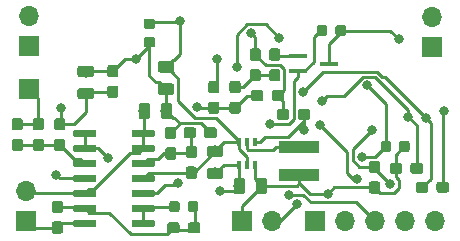
<source format=gbr>
G04 #@! TF.GenerationSoftware,KiCad,Pcbnew,(5.1.2)-2*
G04 #@! TF.CreationDate,2020-05-20T23:18:15+10:00*
G04 #@! TF.ProjectId,Heterodyne,48657465-726f-4647-996e-652e6b696361,rev?*
G04 #@! TF.SameCoordinates,Original*
G04 #@! TF.FileFunction,Copper,L4,Bot*
G04 #@! TF.FilePolarity,Positive*
%FSLAX46Y46*%
G04 Gerber Fmt 4.6, Leading zero omitted, Abs format (unit mm)*
G04 Created by KiCad (PCBNEW (5.1.2)-2) date 2020-05-20 23:18:15*
%MOMM*%
%LPD*%
G04 APERTURE LIST*
%ADD10C,0.100000*%
%ADD11C,0.875000*%
%ADD12C,0.975000*%
%ADD13C,0.950000*%
%ADD14R,3.400000X0.980000*%
%ADD15R,0.400000X0.650000*%
%ADD16C,0.600000*%
%ADD17R,1.500000X0.450000*%
%ADD18O,1.700000X1.700000*%
%ADD19R,1.700000X1.700000*%
%ADD20C,0.800000*%
%ADD21C,0.250000*%
G04 APERTURE END LIST*
D10*
G36*
X130552691Y-49626053D02*
G01*
X130573926Y-49629203D01*
X130594750Y-49634419D01*
X130614962Y-49641651D01*
X130634368Y-49650830D01*
X130652781Y-49661866D01*
X130670024Y-49674654D01*
X130685930Y-49689070D01*
X130700346Y-49704976D01*
X130713134Y-49722219D01*
X130724170Y-49740632D01*
X130733349Y-49760038D01*
X130740581Y-49780250D01*
X130745797Y-49801074D01*
X130748947Y-49822309D01*
X130750000Y-49843750D01*
X130750000Y-50356250D01*
X130748947Y-50377691D01*
X130745797Y-50398926D01*
X130740581Y-50419750D01*
X130733349Y-50439962D01*
X130724170Y-50459368D01*
X130713134Y-50477781D01*
X130700346Y-50495024D01*
X130685930Y-50510930D01*
X130670024Y-50525346D01*
X130652781Y-50538134D01*
X130634368Y-50549170D01*
X130614962Y-50558349D01*
X130594750Y-50565581D01*
X130573926Y-50570797D01*
X130552691Y-50573947D01*
X130531250Y-50575000D01*
X130093750Y-50575000D01*
X130072309Y-50573947D01*
X130051074Y-50570797D01*
X130030250Y-50565581D01*
X130010038Y-50558349D01*
X129990632Y-50549170D01*
X129972219Y-50538134D01*
X129954976Y-50525346D01*
X129939070Y-50510930D01*
X129924654Y-50495024D01*
X129911866Y-50477781D01*
X129900830Y-50459368D01*
X129891651Y-50439962D01*
X129884419Y-50419750D01*
X129879203Y-50398926D01*
X129876053Y-50377691D01*
X129875000Y-50356250D01*
X129875000Y-49843750D01*
X129876053Y-49822309D01*
X129879203Y-49801074D01*
X129884419Y-49780250D01*
X129891651Y-49760038D01*
X129900830Y-49740632D01*
X129911866Y-49722219D01*
X129924654Y-49704976D01*
X129939070Y-49689070D01*
X129954976Y-49674654D01*
X129972219Y-49661866D01*
X129990632Y-49650830D01*
X130010038Y-49641651D01*
X130030250Y-49634419D01*
X130051074Y-49629203D01*
X130072309Y-49626053D01*
X130093750Y-49625000D01*
X130531250Y-49625000D01*
X130552691Y-49626053D01*
X130552691Y-49626053D01*
G37*
D11*
X130312500Y-50100000D03*
D10*
G36*
X132127691Y-49626053D02*
G01*
X132148926Y-49629203D01*
X132169750Y-49634419D01*
X132189962Y-49641651D01*
X132209368Y-49650830D01*
X132227781Y-49661866D01*
X132245024Y-49674654D01*
X132260930Y-49689070D01*
X132275346Y-49704976D01*
X132288134Y-49722219D01*
X132299170Y-49740632D01*
X132308349Y-49760038D01*
X132315581Y-49780250D01*
X132320797Y-49801074D01*
X132323947Y-49822309D01*
X132325000Y-49843750D01*
X132325000Y-50356250D01*
X132323947Y-50377691D01*
X132320797Y-50398926D01*
X132315581Y-50419750D01*
X132308349Y-50439962D01*
X132299170Y-50459368D01*
X132288134Y-50477781D01*
X132275346Y-50495024D01*
X132260930Y-50510930D01*
X132245024Y-50525346D01*
X132227781Y-50538134D01*
X132209368Y-50549170D01*
X132189962Y-50558349D01*
X132169750Y-50565581D01*
X132148926Y-50570797D01*
X132127691Y-50573947D01*
X132106250Y-50575000D01*
X131668750Y-50575000D01*
X131647309Y-50573947D01*
X131626074Y-50570797D01*
X131605250Y-50565581D01*
X131585038Y-50558349D01*
X131565632Y-50549170D01*
X131547219Y-50538134D01*
X131529976Y-50525346D01*
X131514070Y-50510930D01*
X131499654Y-50495024D01*
X131486866Y-50477781D01*
X131475830Y-50459368D01*
X131466651Y-50439962D01*
X131459419Y-50419750D01*
X131454203Y-50398926D01*
X131451053Y-50377691D01*
X131450000Y-50356250D01*
X131450000Y-49843750D01*
X131451053Y-49822309D01*
X131454203Y-49801074D01*
X131459419Y-49780250D01*
X131466651Y-49760038D01*
X131475830Y-49740632D01*
X131486866Y-49722219D01*
X131499654Y-49704976D01*
X131514070Y-49689070D01*
X131529976Y-49674654D01*
X131547219Y-49661866D01*
X131565632Y-49650830D01*
X131585038Y-49641651D01*
X131605250Y-49634419D01*
X131626074Y-49629203D01*
X131647309Y-49626053D01*
X131668750Y-49625000D01*
X132106250Y-49625000D01*
X132127691Y-49626053D01*
X132127691Y-49626053D01*
G37*
D11*
X131887500Y-50100000D03*
D10*
G36*
X119627691Y-64526053D02*
G01*
X119648926Y-64529203D01*
X119669750Y-64534419D01*
X119689962Y-64541651D01*
X119709368Y-64550830D01*
X119727781Y-64561866D01*
X119745024Y-64574654D01*
X119760930Y-64589070D01*
X119775346Y-64604976D01*
X119788134Y-64622219D01*
X119799170Y-64640632D01*
X119808349Y-64660038D01*
X119815581Y-64680250D01*
X119820797Y-64701074D01*
X119823947Y-64722309D01*
X119825000Y-64743750D01*
X119825000Y-65256250D01*
X119823947Y-65277691D01*
X119820797Y-65298926D01*
X119815581Y-65319750D01*
X119808349Y-65339962D01*
X119799170Y-65359368D01*
X119788134Y-65377781D01*
X119775346Y-65395024D01*
X119760930Y-65410930D01*
X119745024Y-65425346D01*
X119727781Y-65438134D01*
X119709368Y-65449170D01*
X119689962Y-65458349D01*
X119669750Y-65465581D01*
X119648926Y-65470797D01*
X119627691Y-65473947D01*
X119606250Y-65475000D01*
X119168750Y-65475000D01*
X119147309Y-65473947D01*
X119126074Y-65470797D01*
X119105250Y-65465581D01*
X119085038Y-65458349D01*
X119065632Y-65449170D01*
X119047219Y-65438134D01*
X119029976Y-65425346D01*
X119014070Y-65410930D01*
X118999654Y-65395024D01*
X118986866Y-65377781D01*
X118975830Y-65359368D01*
X118966651Y-65339962D01*
X118959419Y-65319750D01*
X118954203Y-65298926D01*
X118951053Y-65277691D01*
X118950000Y-65256250D01*
X118950000Y-64743750D01*
X118951053Y-64722309D01*
X118954203Y-64701074D01*
X118959419Y-64680250D01*
X118966651Y-64660038D01*
X118975830Y-64640632D01*
X118986866Y-64622219D01*
X118999654Y-64604976D01*
X119014070Y-64589070D01*
X119029976Y-64574654D01*
X119047219Y-64561866D01*
X119065632Y-64550830D01*
X119085038Y-64541651D01*
X119105250Y-64534419D01*
X119126074Y-64529203D01*
X119147309Y-64526053D01*
X119168750Y-64525000D01*
X119606250Y-64525000D01*
X119627691Y-64526053D01*
X119627691Y-64526053D01*
G37*
D11*
X119387500Y-65000000D03*
D10*
G36*
X118052691Y-64526053D02*
G01*
X118073926Y-64529203D01*
X118094750Y-64534419D01*
X118114962Y-64541651D01*
X118134368Y-64550830D01*
X118152781Y-64561866D01*
X118170024Y-64574654D01*
X118185930Y-64589070D01*
X118200346Y-64604976D01*
X118213134Y-64622219D01*
X118224170Y-64640632D01*
X118233349Y-64660038D01*
X118240581Y-64680250D01*
X118245797Y-64701074D01*
X118248947Y-64722309D01*
X118250000Y-64743750D01*
X118250000Y-65256250D01*
X118248947Y-65277691D01*
X118245797Y-65298926D01*
X118240581Y-65319750D01*
X118233349Y-65339962D01*
X118224170Y-65359368D01*
X118213134Y-65377781D01*
X118200346Y-65395024D01*
X118185930Y-65410930D01*
X118170024Y-65425346D01*
X118152781Y-65438134D01*
X118134368Y-65449170D01*
X118114962Y-65458349D01*
X118094750Y-65465581D01*
X118073926Y-65470797D01*
X118052691Y-65473947D01*
X118031250Y-65475000D01*
X117593750Y-65475000D01*
X117572309Y-65473947D01*
X117551074Y-65470797D01*
X117530250Y-65465581D01*
X117510038Y-65458349D01*
X117490632Y-65449170D01*
X117472219Y-65438134D01*
X117454976Y-65425346D01*
X117439070Y-65410930D01*
X117424654Y-65395024D01*
X117411866Y-65377781D01*
X117400830Y-65359368D01*
X117391651Y-65339962D01*
X117384419Y-65319750D01*
X117379203Y-65298926D01*
X117376053Y-65277691D01*
X117375000Y-65256250D01*
X117375000Y-64743750D01*
X117376053Y-64722309D01*
X117379203Y-64701074D01*
X117384419Y-64680250D01*
X117391651Y-64660038D01*
X117400830Y-64640632D01*
X117411866Y-64622219D01*
X117424654Y-64604976D01*
X117439070Y-64589070D01*
X117454976Y-64574654D01*
X117472219Y-64561866D01*
X117490632Y-64550830D01*
X117510038Y-64541651D01*
X117530250Y-64534419D01*
X117551074Y-64529203D01*
X117572309Y-64526053D01*
X117593750Y-64525000D01*
X118031250Y-64525000D01*
X118052691Y-64526053D01*
X118052691Y-64526053D01*
G37*
D11*
X117812500Y-65000000D03*
D10*
G36*
X115977691Y-50651053D02*
G01*
X115998926Y-50654203D01*
X116019750Y-50659419D01*
X116039962Y-50666651D01*
X116059368Y-50675830D01*
X116077781Y-50686866D01*
X116095024Y-50699654D01*
X116110930Y-50714070D01*
X116125346Y-50729976D01*
X116138134Y-50747219D01*
X116149170Y-50765632D01*
X116158349Y-50785038D01*
X116165581Y-50805250D01*
X116170797Y-50826074D01*
X116173947Y-50847309D01*
X116175000Y-50868750D01*
X116175000Y-51306250D01*
X116173947Y-51327691D01*
X116170797Y-51348926D01*
X116165581Y-51369750D01*
X116158349Y-51389962D01*
X116149170Y-51409368D01*
X116138134Y-51427781D01*
X116125346Y-51445024D01*
X116110930Y-51460930D01*
X116095024Y-51475346D01*
X116077781Y-51488134D01*
X116059368Y-51499170D01*
X116039962Y-51508349D01*
X116019750Y-51515581D01*
X115998926Y-51520797D01*
X115977691Y-51523947D01*
X115956250Y-51525000D01*
X115443750Y-51525000D01*
X115422309Y-51523947D01*
X115401074Y-51520797D01*
X115380250Y-51515581D01*
X115360038Y-51508349D01*
X115340632Y-51499170D01*
X115322219Y-51488134D01*
X115304976Y-51475346D01*
X115289070Y-51460930D01*
X115274654Y-51445024D01*
X115261866Y-51427781D01*
X115250830Y-51409368D01*
X115241651Y-51389962D01*
X115234419Y-51369750D01*
X115229203Y-51348926D01*
X115226053Y-51327691D01*
X115225000Y-51306250D01*
X115225000Y-50868750D01*
X115226053Y-50847309D01*
X115229203Y-50826074D01*
X115234419Y-50805250D01*
X115241651Y-50785038D01*
X115250830Y-50765632D01*
X115261866Y-50747219D01*
X115274654Y-50729976D01*
X115289070Y-50714070D01*
X115304976Y-50699654D01*
X115322219Y-50686866D01*
X115340632Y-50675830D01*
X115360038Y-50666651D01*
X115380250Y-50659419D01*
X115401074Y-50654203D01*
X115422309Y-50651053D01*
X115443750Y-50650000D01*
X115956250Y-50650000D01*
X115977691Y-50651053D01*
X115977691Y-50651053D01*
G37*
D11*
X115700000Y-51087500D03*
D10*
G36*
X115977691Y-49076053D02*
G01*
X115998926Y-49079203D01*
X116019750Y-49084419D01*
X116039962Y-49091651D01*
X116059368Y-49100830D01*
X116077781Y-49111866D01*
X116095024Y-49124654D01*
X116110930Y-49139070D01*
X116125346Y-49154976D01*
X116138134Y-49172219D01*
X116149170Y-49190632D01*
X116158349Y-49210038D01*
X116165581Y-49230250D01*
X116170797Y-49251074D01*
X116173947Y-49272309D01*
X116175000Y-49293750D01*
X116175000Y-49731250D01*
X116173947Y-49752691D01*
X116170797Y-49773926D01*
X116165581Y-49794750D01*
X116158349Y-49814962D01*
X116149170Y-49834368D01*
X116138134Y-49852781D01*
X116125346Y-49870024D01*
X116110930Y-49885930D01*
X116095024Y-49900346D01*
X116077781Y-49913134D01*
X116059368Y-49924170D01*
X116039962Y-49933349D01*
X116019750Y-49940581D01*
X115998926Y-49945797D01*
X115977691Y-49948947D01*
X115956250Y-49950000D01*
X115443750Y-49950000D01*
X115422309Y-49948947D01*
X115401074Y-49945797D01*
X115380250Y-49940581D01*
X115360038Y-49933349D01*
X115340632Y-49924170D01*
X115322219Y-49913134D01*
X115304976Y-49900346D01*
X115289070Y-49885930D01*
X115274654Y-49870024D01*
X115261866Y-49852781D01*
X115250830Y-49834368D01*
X115241651Y-49814962D01*
X115234419Y-49794750D01*
X115229203Y-49773926D01*
X115226053Y-49752691D01*
X115225000Y-49731250D01*
X115225000Y-49293750D01*
X115226053Y-49272309D01*
X115229203Y-49251074D01*
X115234419Y-49230250D01*
X115241651Y-49210038D01*
X115250830Y-49190632D01*
X115261866Y-49172219D01*
X115274654Y-49154976D01*
X115289070Y-49139070D01*
X115304976Y-49124654D01*
X115322219Y-49111866D01*
X115340632Y-49100830D01*
X115360038Y-49091651D01*
X115380250Y-49084419D01*
X115401074Y-49079203D01*
X115422309Y-49076053D01*
X115443750Y-49075000D01*
X115956250Y-49075000D01*
X115977691Y-49076053D01*
X115977691Y-49076053D01*
G37*
D11*
X115700000Y-49512500D03*
D10*
G36*
X115530142Y-56201174D02*
G01*
X115553803Y-56204684D01*
X115577007Y-56210496D01*
X115599529Y-56218554D01*
X115621153Y-56228782D01*
X115641670Y-56241079D01*
X115660883Y-56255329D01*
X115678607Y-56271393D01*
X115694671Y-56289117D01*
X115708921Y-56308330D01*
X115721218Y-56328847D01*
X115731446Y-56350471D01*
X115739504Y-56372993D01*
X115745316Y-56396197D01*
X115748826Y-56419858D01*
X115750000Y-56443750D01*
X115750000Y-57356250D01*
X115748826Y-57380142D01*
X115745316Y-57403803D01*
X115739504Y-57427007D01*
X115731446Y-57449529D01*
X115721218Y-57471153D01*
X115708921Y-57491670D01*
X115694671Y-57510883D01*
X115678607Y-57528607D01*
X115660883Y-57544671D01*
X115641670Y-57558921D01*
X115621153Y-57571218D01*
X115599529Y-57581446D01*
X115577007Y-57589504D01*
X115553803Y-57595316D01*
X115530142Y-57598826D01*
X115506250Y-57600000D01*
X115018750Y-57600000D01*
X114994858Y-57598826D01*
X114971197Y-57595316D01*
X114947993Y-57589504D01*
X114925471Y-57581446D01*
X114903847Y-57571218D01*
X114883330Y-57558921D01*
X114864117Y-57544671D01*
X114846393Y-57528607D01*
X114830329Y-57510883D01*
X114816079Y-57491670D01*
X114803782Y-57471153D01*
X114793554Y-57449529D01*
X114785496Y-57427007D01*
X114779684Y-57403803D01*
X114776174Y-57380142D01*
X114775000Y-57356250D01*
X114775000Y-56443750D01*
X114776174Y-56419858D01*
X114779684Y-56396197D01*
X114785496Y-56372993D01*
X114793554Y-56350471D01*
X114803782Y-56328847D01*
X114816079Y-56308330D01*
X114830329Y-56289117D01*
X114846393Y-56271393D01*
X114864117Y-56255329D01*
X114883330Y-56241079D01*
X114903847Y-56228782D01*
X114925471Y-56218554D01*
X114947993Y-56210496D01*
X114971197Y-56204684D01*
X114994858Y-56201174D01*
X115018750Y-56200000D01*
X115506250Y-56200000D01*
X115530142Y-56201174D01*
X115530142Y-56201174D01*
G37*
D12*
X115262500Y-56900000D03*
D10*
G36*
X117405142Y-56201174D02*
G01*
X117428803Y-56204684D01*
X117452007Y-56210496D01*
X117474529Y-56218554D01*
X117496153Y-56228782D01*
X117516670Y-56241079D01*
X117535883Y-56255329D01*
X117553607Y-56271393D01*
X117569671Y-56289117D01*
X117583921Y-56308330D01*
X117596218Y-56328847D01*
X117606446Y-56350471D01*
X117614504Y-56372993D01*
X117620316Y-56396197D01*
X117623826Y-56419858D01*
X117625000Y-56443750D01*
X117625000Y-57356250D01*
X117623826Y-57380142D01*
X117620316Y-57403803D01*
X117614504Y-57427007D01*
X117606446Y-57449529D01*
X117596218Y-57471153D01*
X117583921Y-57491670D01*
X117569671Y-57510883D01*
X117553607Y-57528607D01*
X117535883Y-57544671D01*
X117516670Y-57558921D01*
X117496153Y-57571218D01*
X117474529Y-57581446D01*
X117452007Y-57589504D01*
X117428803Y-57595316D01*
X117405142Y-57598826D01*
X117381250Y-57600000D01*
X116893750Y-57600000D01*
X116869858Y-57598826D01*
X116846197Y-57595316D01*
X116822993Y-57589504D01*
X116800471Y-57581446D01*
X116778847Y-57571218D01*
X116758330Y-57558921D01*
X116739117Y-57544671D01*
X116721393Y-57528607D01*
X116705329Y-57510883D01*
X116691079Y-57491670D01*
X116678782Y-57471153D01*
X116668554Y-57449529D01*
X116660496Y-57427007D01*
X116654684Y-57403803D01*
X116651174Y-57380142D01*
X116650000Y-57356250D01*
X116650000Y-56443750D01*
X116651174Y-56419858D01*
X116654684Y-56396197D01*
X116660496Y-56372993D01*
X116668554Y-56350471D01*
X116678782Y-56328847D01*
X116691079Y-56308330D01*
X116705329Y-56289117D01*
X116721393Y-56271393D01*
X116739117Y-56255329D01*
X116758330Y-56241079D01*
X116778847Y-56228782D01*
X116800471Y-56218554D01*
X116822993Y-56210496D01*
X116846197Y-56204684D01*
X116869858Y-56201174D01*
X116893750Y-56200000D01*
X117381250Y-56200000D01*
X117405142Y-56201174D01*
X117405142Y-56201174D01*
G37*
D12*
X117137500Y-56900000D03*
D10*
G36*
X112860779Y-54751144D02*
G01*
X112883834Y-54754563D01*
X112906443Y-54760227D01*
X112928387Y-54768079D01*
X112949457Y-54778044D01*
X112969448Y-54790026D01*
X112988168Y-54803910D01*
X113005438Y-54819562D01*
X113021090Y-54836832D01*
X113034974Y-54855552D01*
X113046956Y-54875543D01*
X113056921Y-54896613D01*
X113064773Y-54918557D01*
X113070437Y-54941166D01*
X113073856Y-54964221D01*
X113075000Y-54987500D01*
X113075000Y-55562500D01*
X113073856Y-55585779D01*
X113070437Y-55608834D01*
X113064773Y-55631443D01*
X113056921Y-55653387D01*
X113046956Y-55674457D01*
X113034974Y-55694448D01*
X113021090Y-55713168D01*
X113005438Y-55730438D01*
X112988168Y-55746090D01*
X112969448Y-55759974D01*
X112949457Y-55771956D01*
X112928387Y-55781921D01*
X112906443Y-55789773D01*
X112883834Y-55795437D01*
X112860779Y-55798856D01*
X112837500Y-55800000D01*
X112362500Y-55800000D01*
X112339221Y-55798856D01*
X112316166Y-55795437D01*
X112293557Y-55789773D01*
X112271613Y-55781921D01*
X112250543Y-55771956D01*
X112230552Y-55759974D01*
X112211832Y-55746090D01*
X112194562Y-55730438D01*
X112178910Y-55713168D01*
X112165026Y-55694448D01*
X112153044Y-55674457D01*
X112143079Y-55653387D01*
X112135227Y-55631443D01*
X112129563Y-55608834D01*
X112126144Y-55585779D01*
X112125000Y-55562500D01*
X112125000Y-54987500D01*
X112126144Y-54964221D01*
X112129563Y-54941166D01*
X112135227Y-54918557D01*
X112143079Y-54896613D01*
X112153044Y-54875543D01*
X112165026Y-54855552D01*
X112178910Y-54836832D01*
X112194562Y-54819562D01*
X112211832Y-54803910D01*
X112230552Y-54790026D01*
X112250543Y-54778044D01*
X112271613Y-54768079D01*
X112293557Y-54760227D01*
X112316166Y-54754563D01*
X112339221Y-54751144D01*
X112362500Y-54750000D01*
X112837500Y-54750000D01*
X112860779Y-54751144D01*
X112860779Y-54751144D01*
G37*
D13*
X112600000Y-55275000D03*
D10*
G36*
X112860779Y-53001144D02*
G01*
X112883834Y-53004563D01*
X112906443Y-53010227D01*
X112928387Y-53018079D01*
X112949457Y-53028044D01*
X112969448Y-53040026D01*
X112988168Y-53053910D01*
X113005438Y-53069562D01*
X113021090Y-53086832D01*
X113034974Y-53105552D01*
X113046956Y-53125543D01*
X113056921Y-53146613D01*
X113064773Y-53168557D01*
X113070437Y-53191166D01*
X113073856Y-53214221D01*
X113075000Y-53237500D01*
X113075000Y-53812500D01*
X113073856Y-53835779D01*
X113070437Y-53858834D01*
X113064773Y-53881443D01*
X113056921Y-53903387D01*
X113046956Y-53924457D01*
X113034974Y-53944448D01*
X113021090Y-53963168D01*
X113005438Y-53980438D01*
X112988168Y-53996090D01*
X112969448Y-54009974D01*
X112949457Y-54021956D01*
X112928387Y-54031921D01*
X112906443Y-54039773D01*
X112883834Y-54045437D01*
X112860779Y-54048856D01*
X112837500Y-54050000D01*
X112362500Y-54050000D01*
X112339221Y-54048856D01*
X112316166Y-54045437D01*
X112293557Y-54039773D01*
X112271613Y-54031921D01*
X112250543Y-54021956D01*
X112230552Y-54009974D01*
X112211832Y-53996090D01*
X112194562Y-53980438D01*
X112178910Y-53963168D01*
X112165026Y-53944448D01*
X112153044Y-53924457D01*
X112143079Y-53903387D01*
X112135227Y-53881443D01*
X112129563Y-53858834D01*
X112126144Y-53835779D01*
X112125000Y-53812500D01*
X112125000Y-53237500D01*
X112126144Y-53214221D01*
X112129563Y-53191166D01*
X112135227Y-53168557D01*
X112143079Y-53146613D01*
X112153044Y-53125543D01*
X112165026Y-53105552D01*
X112178910Y-53086832D01*
X112194562Y-53069562D01*
X112211832Y-53053910D01*
X112230552Y-53040026D01*
X112250543Y-53028044D01*
X112271613Y-53018079D01*
X112293557Y-53010227D01*
X112316166Y-53004563D01*
X112339221Y-53001144D01*
X112362500Y-53000000D01*
X112837500Y-53000000D01*
X112860779Y-53001144D01*
X112860779Y-53001144D01*
G37*
D13*
X112600000Y-53525000D03*
D10*
G36*
X135010779Y-62851144D02*
G01*
X135033834Y-62854563D01*
X135056443Y-62860227D01*
X135078387Y-62868079D01*
X135099457Y-62878044D01*
X135119448Y-62890026D01*
X135138168Y-62903910D01*
X135155438Y-62919562D01*
X135171090Y-62936832D01*
X135184974Y-62955552D01*
X135196956Y-62975543D01*
X135206921Y-62996613D01*
X135214773Y-63018557D01*
X135220437Y-63041166D01*
X135223856Y-63064221D01*
X135225000Y-63087500D01*
X135225000Y-63662500D01*
X135223856Y-63685779D01*
X135220437Y-63708834D01*
X135214773Y-63731443D01*
X135206921Y-63753387D01*
X135196956Y-63774457D01*
X135184974Y-63794448D01*
X135171090Y-63813168D01*
X135155438Y-63830438D01*
X135138168Y-63846090D01*
X135119448Y-63859974D01*
X135099457Y-63871956D01*
X135078387Y-63881921D01*
X135056443Y-63889773D01*
X135033834Y-63895437D01*
X135010779Y-63898856D01*
X134987500Y-63900000D01*
X134512500Y-63900000D01*
X134489221Y-63898856D01*
X134466166Y-63895437D01*
X134443557Y-63889773D01*
X134421613Y-63881921D01*
X134400543Y-63871956D01*
X134380552Y-63859974D01*
X134361832Y-63846090D01*
X134344562Y-63830438D01*
X134328910Y-63813168D01*
X134315026Y-63794448D01*
X134303044Y-63774457D01*
X134293079Y-63753387D01*
X134285227Y-63731443D01*
X134279563Y-63708834D01*
X134276144Y-63685779D01*
X134275000Y-63662500D01*
X134275000Y-63087500D01*
X134276144Y-63064221D01*
X134279563Y-63041166D01*
X134285227Y-63018557D01*
X134293079Y-62996613D01*
X134303044Y-62975543D01*
X134315026Y-62955552D01*
X134328910Y-62936832D01*
X134344562Y-62919562D01*
X134361832Y-62903910D01*
X134380552Y-62890026D01*
X134400543Y-62878044D01*
X134421613Y-62868079D01*
X134443557Y-62860227D01*
X134466166Y-62854563D01*
X134489221Y-62851144D01*
X134512500Y-62850000D01*
X134987500Y-62850000D01*
X135010779Y-62851144D01*
X135010779Y-62851144D01*
G37*
D13*
X134750000Y-63375000D03*
D10*
G36*
X135010779Y-61101144D02*
G01*
X135033834Y-61104563D01*
X135056443Y-61110227D01*
X135078387Y-61118079D01*
X135099457Y-61128044D01*
X135119448Y-61140026D01*
X135138168Y-61153910D01*
X135155438Y-61169562D01*
X135171090Y-61186832D01*
X135184974Y-61205552D01*
X135196956Y-61225543D01*
X135206921Y-61246613D01*
X135214773Y-61268557D01*
X135220437Y-61291166D01*
X135223856Y-61314221D01*
X135225000Y-61337500D01*
X135225000Y-61912500D01*
X135223856Y-61935779D01*
X135220437Y-61958834D01*
X135214773Y-61981443D01*
X135206921Y-62003387D01*
X135196956Y-62024457D01*
X135184974Y-62044448D01*
X135171090Y-62063168D01*
X135155438Y-62080438D01*
X135138168Y-62096090D01*
X135119448Y-62109974D01*
X135099457Y-62121956D01*
X135078387Y-62131921D01*
X135056443Y-62139773D01*
X135033834Y-62145437D01*
X135010779Y-62148856D01*
X134987500Y-62150000D01*
X134512500Y-62150000D01*
X134489221Y-62148856D01*
X134466166Y-62145437D01*
X134443557Y-62139773D01*
X134421613Y-62131921D01*
X134400543Y-62121956D01*
X134380552Y-62109974D01*
X134361832Y-62096090D01*
X134344562Y-62080438D01*
X134328910Y-62063168D01*
X134315026Y-62044448D01*
X134303044Y-62024457D01*
X134293079Y-62003387D01*
X134285227Y-61981443D01*
X134279563Y-61958834D01*
X134276144Y-61935779D01*
X134275000Y-61912500D01*
X134275000Y-61337500D01*
X134276144Y-61314221D01*
X134279563Y-61291166D01*
X134285227Y-61268557D01*
X134293079Y-61246613D01*
X134303044Y-61225543D01*
X134315026Y-61205552D01*
X134328910Y-61186832D01*
X134344562Y-61169562D01*
X134361832Y-61153910D01*
X134380552Y-61140026D01*
X134400543Y-61128044D01*
X134421613Y-61118079D01*
X134443557Y-61110227D01*
X134466166Y-61104563D01*
X134489221Y-61101144D01*
X134512500Y-61100000D01*
X134987500Y-61100000D01*
X135010779Y-61101144D01*
X135010779Y-61101144D01*
G37*
D13*
X134750000Y-61625000D03*
D14*
X128400000Y-59915000D03*
X128400000Y-62285000D03*
D15*
X124600000Y-59550000D03*
X123300000Y-59550000D03*
X123950000Y-61450000D03*
X123950000Y-59550000D03*
X123300000Y-61450000D03*
X124600000Y-61450000D03*
D10*
G36*
X111064703Y-58490722D02*
G01*
X111079264Y-58492882D01*
X111093543Y-58496459D01*
X111107403Y-58501418D01*
X111120710Y-58507712D01*
X111133336Y-58515280D01*
X111145159Y-58524048D01*
X111156066Y-58533934D01*
X111165952Y-58544841D01*
X111174720Y-58556664D01*
X111182288Y-58569290D01*
X111188582Y-58582597D01*
X111193541Y-58596457D01*
X111197118Y-58610736D01*
X111199278Y-58625297D01*
X111200000Y-58640000D01*
X111200000Y-58940000D01*
X111199278Y-58954703D01*
X111197118Y-58969264D01*
X111193541Y-58983543D01*
X111188582Y-58997403D01*
X111182288Y-59010710D01*
X111174720Y-59023336D01*
X111165952Y-59035159D01*
X111156066Y-59046066D01*
X111145159Y-59055952D01*
X111133336Y-59064720D01*
X111120710Y-59072288D01*
X111107403Y-59078582D01*
X111093543Y-59083541D01*
X111079264Y-59087118D01*
X111064703Y-59089278D01*
X111050000Y-59090000D01*
X109400000Y-59090000D01*
X109385297Y-59089278D01*
X109370736Y-59087118D01*
X109356457Y-59083541D01*
X109342597Y-59078582D01*
X109329290Y-59072288D01*
X109316664Y-59064720D01*
X109304841Y-59055952D01*
X109293934Y-59046066D01*
X109284048Y-59035159D01*
X109275280Y-59023336D01*
X109267712Y-59010710D01*
X109261418Y-58997403D01*
X109256459Y-58983543D01*
X109252882Y-58969264D01*
X109250722Y-58954703D01*
X109250000Y-58940000D01*
X109250000Y-58640000D01*
X109250722Y-58625297D01*
X109252882Y-58610736D01*
X109256459Y-58596457D01*
X109261418Y-58582597D01*
X109267712Y-58569290D01*
X109275280Y-58556664D01*
X109284048Y-58544841D01*
X109293934Y-58533934D01*
X109304841Y-58524048D01*
X109316664Y-58515280D01*
X109329290Y-58507712D01*
X109342597Y-58501418D01*
X109356457Y-58496459D01*
X109370736Y-58492882D01*
X109385297Y-58490722D01*
X109400000Y-58490000D01*
X111050000Y-58490000D01*
X111064703Y-58490722D01*
X111064703Y-58490722D01*
G37*
D16*
X110225000Y-58790000D03*
D10*
G36*
X111064703Y-59760722D02*
G01*
X111079264Y-59762882D01*
X111093543Y-59766459D01*
X111107403Y-59771418D01*
X111120710Y-59777712D01*
X111133336Y-59785280D01*
X111145159Y-59794048D01*
X111156066Y-59803934D01*
X111165952Y-59814841D01*
X111174720Y-59826664D01*
X111182288Y-59839290D01*
X111188582Y-59852597D01*
X111193541Y-59866457D01*
X111197118Y-59880736D01*
X111199278Y-59895297D01*
X111200000Y-59910000D01*
X111200000Y-60210000D01*
X111199278Y-60224703D01*
X111197118Y-60239264D01*
X111193541Y-60253543D01*
X111188582Y-60267403D01*
X111182288Y-60280710D01*
X111174720Y-60293336D01*
X111165952Y-60305159D01*
X111156066Y-60316066D01*
X111145159Y-60325952D01*
X111133336Y-60334720D01*
X111120710Y-60342288D01*
X111107403Y-60348582D01*
X111093543Y-60353541D01*
X111079264Y-60357118D01*
X111064703Y-60359278D01*
X111050000Y-60360000D01*
X109400000Y-60360000D01*
X109385297Y-60359278D01*
X109370736Y-60357118D01*
X109356457Y-60353541D01*
X109342597Y-60348582D01*
X109329290Y-60342288D01*
X109316664Y-60334720D01*
X109304841Y-60325952D01*
X109293934Y-60316066D01*
X109284048Y-60305159D01*
X109275280Y-60293336D01*
X109267712Y-60280710D01*
X109261418Y-60267403D01*
X109256459Y-60253543D01*
X109252882Y-60239264D01*
X109250722Y-60224703D01*
X109250000Y-60210000D01*
X109250000Y-59910000D01*
X109250722Y-59895297D01*
X109252882Y-59880736D01*
X109256459Y-59866457D01*
X109261418Y-59852597D01*
X109267712Y-59839290D01*
X109275280Y-59826664D01*
X109284048Y-59814841D01*
X109293934Y-59803934D01*
X109304841Y-59794048D01*
X109316664Y-59785280D01*
X109329290Y-59777712D01*
X109342597Y-59771418D01*
X109356457Y-59766459D01*
X109370736Y-59762882D01*
X109385297Y-59760722D01*
X109400000Y-59760000D01*
X111050000Y-59760000D01*
X111064703Y-59760722D01*
X111064703Y-59760722D01*
G37*
D16*
X110225000Y-60060000D03*
D10*
G36*
X111064703Y-61030722D02*
G01*
X111079264Y-61032882D01*
X111093543Y-61036459D01*
X111107403Y-61041418D01*
X111120710Y-61047712D01*
X111133336Y-61055280D01*
X111145159Y-61064048D01*
X111156066Y-61073934D01*
X111165952Y-61084841D01*
X111174720Y-61096664D01*
X111182288Y-61109290D01*
X111188582Y-61122597D01*
X111193541Y-61136457D01*
X111197118Y-61150736D01*
X111199278Y-61165297D01*
X111200000Y-61180000D01*
X111200000Y-61480000D01*
X111199278Y-61494703D01*
X111197118Y-61509264D01*
X111193541Y-61523543D01*
X111188582Y-61537403D01*
X111182288Y-61550710D01*
X111174720Y-61563336D01*
X111165952Y-61575159D01*
X111156066Y-61586066D01*
X111145159Y-61595952D01*
X111133336Y-61604720D01*
X111120710Y-61612288D01*
X111107403Y-61618582D01*
X111093543Y-61623541D01*
X111079264Y-61627118D01*
X111064703Y-61629278D01*
X111050000Y-61630000D01*
X109400000Y-61630000D01*
X109385297Y-61629278D01*
X109370736Y-61627118D01*
X109356457Y-61623541D01*
X109342597Y-61618582D01*
X109329290Y-61612288D01*
X109316664Y-61604720D01*
X109304841Y-61595952D01*
X109293934Y-61586066D01*
X109284048Y-61575159D01*
X109275280Y-61563336D01*
X109267712Y-61550710D01*
X109261418Y-61537403D01*
X109256459Y-61523543D01*
X109252882Y-61509264D01*
X109250722Y-61494703D01*
X109250000Y-61480000D01*
X109250000Y-61180000D01*
X109250722Y-61165297D01*
X109252882Y-61150736D01*
X109256459Y-61136457D01*
X109261418Y-61122597D01*
X109267712Y-61109290D01*
X109275280Y-61096664D01*
X109284048Y-61084841D01*
X109293934Y-61073934D01*
X109304841Y-61064048D01*
X109316664Y-61055280D01*
X109329290Y-61047712D01*
X109342597Y-61041418D01*
X109356457Y-61036459D01*
X109370736Y-61032882D01*
X109385297Y-61030722D01*
X109400000Y-61030000D01*
X111050000Y-61030000D01*
X111064703Y-61030722D01*
X111064703Y-61030722D01*
G37*
D16*
X110225000Y-61330000D03*
D10*
G36*
X111064703Y-62300722D02*
G01*
X111079264Y-62302882D01*
X111093543Y-62306459D01*
X111107403Y-62311418D01*
X111120710Y-62317712D01*
X111133336Y-62325280D01*
X111145159Y-62334048D01*
X111156066Y-62343934D01*
X111165952Y-62354841D01*
X111174720Y-62366664D01*
X111182288Y-62379290D01*
X111188582Y-62392597D01*
X111193541Y-62406457D01*
X111197118Y-62420736D01*
X111199278Y-62435297D01*
X111200000Y-62450000D01*
X111200000Y-62750000D01*
X111199278Y-62764703D01*
X111197118Y-62779264D01*
X111193541Y-62793543D01*
X111188582Y-62807403D01*
X111182288Y-62820710D01*
X111174720Y-62833336D01*
X111165952Y-62845159D01*
X111156066Y-62856066D01*
X111145159Y-62865952D01*
X111133336Y-62874720D01*
X111120710Y-62882288D01*
X111107403Y-62888582D01*
X111093543Y-62893541D01*
X111079264Y-62897118D01*
X111064703Y-62899278D01*
X111050000Y-62900000D01*
X109400000Y-62900000D01*
X109385297Y-62899278D01*
X109370736Y-62897118D01*
X109356457Y-62893541D01*
X109342597Y-62888582D01*
X109329290Y-62882288D01*
X109316664Y-62874720D01*
X109304841Y-62865952D01*
X109293934Y-62856066D01*
X109284048Y-62845159D01*
X109275280Y-62833336D01*
X109267712Y-62820710D01*
X109261418Y-62807403D01*
X109256459Y-62793543D01*
X109252882Y-62779264D01*
X109250722Y-62764703D01*
X109250000Y-62750000D01*
X109250000Y-62450000D01*
X109250722Y-62435297D01*
X109252882Y-62420736D01*
X109256459Y-62406457D01*
X109261418Y-62392597D01*
X109267712Y-62379290D01*
X109275280Y-62366664D01*
X109284048Y-62354841D01*
X109293934Y-62343934D01*
X109304841Y-62334048D01*
X109316664Y-62325280D01*
X109329290Y-62317712D01*
X109342597Y-62311418D01*
X109356457Y-62306459D01*
X109370736Y-62302882D01*
X109385297Y-62300722D01*
X109400000Y-62300000D01*
X111050000Y-62300000D01*
X111064703Y-62300722D01*
X111064703Y-62300722D01*
G37*
D16*
X110225000Y-62600000D03*
D10*
G36*
X111064703Y-63570722D02*
G01*
X111079264Y-63572882D01*
X111093543Y-63576459D01*
X111107403Y-63581418D01*
X111120710Y-63587712D01*
X111133336Y-63595280D01*
X111145159Y-63604048D01*
X111156066Y-63613934D01*
X111165952Y-63624841D01*
X111174720Y-63636664D01*
X111182288Y-63649290D01*
X111188582Y-63662597D01*
X111193541Y-63676457D01*
X111197118Y-63690736D01*
X111199278Y-63705297D01*
X111200000Y-63720000D01*
X111200000Y-64020000D01*
X111199278Y-64034703D01*
X111197118Y-64049264D01*
X111193541Y-64063543D01*
X111188582Y-64077403D01*
X111182288Y-64090710D01*
X111174720Y-64103336D01*
X111165952Y-64115159D01*
X111156066Y-64126066D01*
X111145159Y-64135952D01*
X111133336Y-64144720D01*
X111120710Y-64152288D01*
X111107403Y-64158582D01*
X111093543Y-64163541D01*
X111079264Y-64167118D01*
X111064703Y-64169278D01*
X111050000Y-64170000D01*
X109400000Y-64170000D01*
X109385297Y-64169278D01*
X109370736Y-64167118D01*
X109356457Y-64163541D01*
X109342597Y-64158582D01*
X109329290Y-64152288D01*
X109316664Y-64144720D01*
X109304841Y-64135952D01*
X109293934Y-64126066D01*
X109284048Y-64115159D01*
X109275280Y-64103336D01*
X109267712Y-64090710D01*
X109261418Y-64077403D01*
X109256459Y-64063543D01*
X109252882Y-64049264D01*
X109250722Y-64034703D01*
X109250000Y-64020000D01*
X109250000Y-63720000D01*
X109250722Y-63705297D01*
X109252882Y-63690736D01*
X109256459Y-63676457D01*
X109261418Y-63662597D01*
X109267712Y-63649290D01*
X109275280Y-63636664D01*
X109284048Y-63624841D01*
X109293934Y-63613934D01*
X109304841Y-63604048D01*
X109316664Y-63595280D01*
X109329290Y-63587712D01*
X109342597Y-63581418D01*
X109356457Y-63576459D01*
X109370736Y-63572882D01*
X109385297Y-63570722D01*
X109400000Y-63570000D01*
X111050000Y-63570000D01*
X111064703Y-63570722D01*
X111064703Y-63570722D01*
G37*
D16*
X110225000Y-63870000D03*
D10*
G36*
X111064703Y-64840722D02*
G01*
X111079264Y-64842882D01*
X111093543Y-64846459D01*
X111107403Y-64851418D01*
X111120710Y-64857712D01*
X111133336Y-64865280D01*
X111145159Y-64874048D01*
X111156066Y-64883934D01*
X111165952Y-64894841D01*
X111174720Y-64906664D01*
X111182288Y-64919290D01*
X111188582Y-64932597D01*
X111193541Y-64946457D01*
X111197118Y-64960736D01*
X111199278Y-64975297D01*
X111200000Y-64990000D01*
X111200000Y-65290000D01*
X111199278Y-65304703D01*
X111197118Y-65319264D01*
X111193541Y-65333543D01*
X111188582Y-65347403D01*
X111182288Y-65360710D01*
X111174720Y-65373336D01*
X111165952Y-65385159D01*
X111156066Y-65396066D01*
X111145159Y-65405952D01*
X111133336Y-65414720D01*
X111120710Y-65422288D01*
X111107403Y-65428582D01*
X111093543Y-65433541D01*
X111079264Y-65437118D01*
X111064703Y-65439278D01*
X111050000Y-65440000D01*
X109400000Y-65440000D01*
X109385297Y-65439278D01*
X109370736Y-65437118D01*
X109356457Y-65433541D01*
X109342597Y-65428582D01*
X109329290Y-65422288D01*
X109316664Y-65414720D01*
X109304841Y-65405952D01*
X109293934Y-65396066D01*
X109284048Y-65385159D01*
X109275280Y-65373336D01*
X109267712Y-65360710D01*
X109261418Y-65347403D01*
X109256459Y-65333543D01*
X109252882Y-65319264D01*
X109250722Y-65304703D01*
X109250000Y-65290000D01*
X109250000Y-64990000D01*
X109250722Y-64975297D01*
X109252882Y-64960736D01*
X109256459Y-64946457D01*
X109261418Y-64932597D01*
X109267712Y-64919290D01*
X109275280Y-64906664D01*
X109284048Y-64894841D01*
X109293934Y-64883934D01*
X109304841Y-64874048D01*
X109316664Y-64865280D01*
X109329290Y-64857712D01*
X109342597Y-64851418D01*
X109356457Y-64846459D01*
X109370736Y-64842882D01*
X109385297Y-64840722D01*
X109400000Y-64840000D01*
X111050000Y-64840000D01*
X111064703Y-64840722D01*
X111064703Y-64840722D01*
G37*
D16*
X110225000Y-65140000D03*
D10*
G36*
X111064703Y-66110722D02*
G01*
X111079264Y-66112882D01*
X111093543Y-66116459D01*
X111107403Y-66121418D01*
X111120710Y-66127712D01*
X111133336Y-66135280D01*
X111145159Y-66144048D01*
X111156066Y-66153934D01*
X111165952Y-66164841D01*
X111174720Y-66176664D01*
X111182288Y-66189290D01*
X111188582Y-66202597D01*
X111193541Y-66216457D01*
X111197118Y-66230736D01*
X111199278Y-66245297D01*
X111200000Y-66260000D01*
X111200000Y-66560000D01*
X111199278Y-66574703D01*
X111197118Y-66589264D01*
X111193541Y-66603543D01*
X111188582Y-66617403D01*
X111182288Y-66630710D01*
X111174720Y-66643336D01*
X111165952Y-66655159D01*
X111156066Y-66666066D01*
X111145159Y-66675952D01*
X111133336Y-66684720D01*
X111120710Y-66692288D01*
X111107403Y-66698582D01*
X111093543Y-66703541D01*
X111079264Y-66707118D01*
X111064703Y-66709278D01*
X111050000Y-66710000D01*
X109400000Y-66710000D01*
X109385297Y-66709278D01*
X109370736Y-66707118D01*
X109356457Y-66703541D01*
X109342597Y-66698582D01*
X109329290Y-66692288D01*
X109316664Y-66684720D01*
X109304841Y-66675952D01*
X109293934Y-66666066D01*
X109284048Y-66655159D01*
X109275280Y-66643336D01*
X109267712Y-66630710D01*
X109261418Y-66617403D01*
X109256459Y-66603543D01*
X109252882Y-66589264D01*
X109250722Y-66574703D01*
X109250000Y-66560000D01*
X109250000Y-66260000D01*
X109250722Y-66245297D01*
X109252882Y-66230736D01*
X109256459Y-66216457D01*
X109261418Y-66202597D01*
X109267712Y-66189290D01*
X109275280Y-66176664D01*
X109284048Y-66164841D01*
X109293934Y-66153934D01*
X109304841Y-66144048D01*
X109316664Y-66135280D01*
X109329290Y-66127712D01*
X109342597Y-66121418D01*
X109356457Y-66116459D01*
X109370736Y-66112882D01*
X109385297Y-66110722D01*
X109400000Y-66110000D01*
X111050000Y-66110000D01*
X111064703Y-66110722D01*
X111064703Y-66110722D01*
G37*
D16*
X110225000Y-66410000D03*
D10*
G36*
X116014703Y-66110722D02*
G01*
X116029264Y-66112882D01*
X116043543Y-66116459D01*
X116057403Y-66121418D01*
X116070710Y-66127712D01*
X116083336Y-66135280D01*
X116095159Y-66144048D01*
X116106066Y-66153934D01*
X116115952Y-66164841D01*
X116124720Y-66176664D01*
X116132288Y-66189290D01*
X116138582Y-66202597D01*
X116143541Y-66216457D01*
X116147118Y-66230736D01*
X116149278Y-66245297D01*
X116150000Y-66260000D01*
X116150000Y-66560000D01*
X116149278Y-66574703D01*
X116147118Y-66589264D01*
X116143541Y-66603543D01*
X116138582Y-66617403D01*
X116132288Y-66630710D01*
X116124720Y-66643336D01*
X116115952Y-66655159D01*
X116106066Y-66666066D01*
X116095159Y-66675952D01*
X116083336Y-66684720D01*
X116070710Y-66692288D01*
X116057403Y-66698582D01*
X116043543Y-66703541D01*
X116029264Y-66707118D01*
X116014703Y-66709278D01*
X116000000Y-66710000D01*
X114350000Y-66710000D01*
X114335297Y-66709278D01*
X114320736Y-66707118D01*
X114306457Y-66703541D01*
X114292597Y-66698582D01*
X114279290Y-66692288D01*
X114266664Y-66684720D01*
X114254841Y-66675952D01*
X114243934Y-66666066D01*
X114234048Y-66655159D01*
X114225280Y-66643336D01*
X114217712Y-66630710D01*
X114211418Y-66617403D01*
X114206459Y-66603543D01*
X114202882Y-66589264D01*
X114200722Y-66574703D01*
X114200000Y-66560000D01*
X114200000Y-66260000D01*
X114200722Y-66245297D01*
X114202882Y-66230736D01*
X114206459Y-66216457D01*
X114211418Y-66202597D01*
X114217712Y-66189290D01*
X114225280Y-66176664D01*
X114234048Y-66164841D01*
X114243934Y-66153934D01*
X114254841Y-66144048D01*
X114266664Y-66135280D01*
X114279290Y-66127712D01*
X114292597Y-66121418D01*
X114306457Y-66116459D01*
X114320736Y-66112882D01*
X114335297Y-66110722D01*
X114350000Y-66110000D01*
X116000000Y-66110000D01*
X116014703Y-66110722D01*
X116014703Y-66110722D01*
G37*
D16*
X115175000Y-66410000D03*
D10*
G36*
X116014703Y-64840722D02*
G01*
X116029264Y-64842882D01*
X116043543Y-64846459D01*
X116057403Y-64851418D01*
X116070710Y-64857712D01*
X116083336Y-64865280D01*
X116095159Y-64874048D01*
X116106066Y-64883934D01*
X116115952Y-64894841D01*
X116124720Y-64906664D01*
X116132288Y-64919290D01*
X116138582Y-64932597D01*
X116143541Y-64946457D01*
X116147118Y-64960736D01*
X116149278Y-64975297D01*
X116150000Y-64990000D01*
X116150000Y-65290000D01*
X116149278Y-65304703D01*
X116147118Y-65319264D01*
X116143541Y-65333543D01*
X116138582Y-65347403D01*
X116132288Y-65360710D01*
X116124720Y-65373336D01*
X116115952Y-65385159D01*
X116106066Y-65396066D01*
X116095159Y-65405952D01*
X116083336Y-65414720D01*
X116070710Y-65422288D01*
X116057403Y-65428582D01*
X116043543Y-65433541D01*
X116029264Y-65437118D01*
X116014703Y-65439278D01*
X116000000Y-65440000D01*
X114350000Y-65440000D01*
X114335297Y-65439278D01*
X114320736Y-65437118D01*
X114306457Y-65433541D01*
X114292597Y-65428582D01*
X114279290Y-65422288D01*
X114266664Y-65414720D01*
X114254841Y-65405952D01*
X114243934Y-65396066D01*
X114234048Y-65385159D01*
X114225280Y-65373336D01*
X114217712Y-65360710D01*
X114211418Y-65347403D01*
X114206459Y-65333543D01*
X114202882Y-65319264D01*
X114200722Y-65304703D01*
X114200000Y-65290000D01*
X114200000Y-64990000D01*
X114200722Y-64975297D01*
X114202882Y-64960736D01*
X114206459Y-64946457D01*
X114211418Y-64932597D01*
X114217712Y-64919290D01*
X114225280Y-64906664D01*
X114234048Y-64894841D01*
X114243934Y-64883934D01*
X114254841Y-64874048D01*
X114266664Y-64865280D01*
X114279290Y-64857712D01*
X114292597Y-64851418D01*
X114306457Y-64846459D01*
X114320736Y-64842882D01*
X114335297Y-64840722D01*
X114350000Y-64840000D01*
X116000000Y-64840000D01*
X116014703Y-64840722D01*
X116014703Y-64840722D01*
G37*
D16*
X115175000Y-65140000D03*
D10*
G36*
X116014703Y-63570722D02*
G01*
X116029264Y-63572882D01*
X116043543Y-63576459D01*
X116057403Y-63581418D01*
X116070710Y-63587712D01*
X116083336Y-63595280D01*
X116095159Y-63604048D01*
X116106066Y-63613934D01*
X116115952Y-63624841D01*
X116124720Y-63636664D01*
X116132288Y-63649290D01*
X116138582Y-63662597D01*
X116143541Y-63676457D01*
X116147118Y-63690736D01*
X116149278Y-63705297D01*
X116150000Y-63720000D01*
X116150000Y-64020000D01*
X116149278Y-64034703D01*
X116147118Y-64049264D01*
X116143541Y-64063543D01*
X116138582Y-64077403D01*
X116132288Y-64090710D01*
X116124720Y-64103336D01*
X116115952Y-64115159D01*
X116106066Y-64126066D01*
X116095159Y-64135952D01*
X116083336Y-64144720D01*
X116070710Y-64152288D01*
X116057403Y-64158582D01*
X116043543Y-64163541D01*
X116029264Y-64167118D01*
X116014703Y-64169278D01*
X116000000Y-64170000D01*
X114350000Y-64170000D01*
X114335297Y-64169278D01*
X114320736Y-64167118D01*
X114306457Y-64163541D01*
X114292597Y-64158582D01*
X114279290Y-64152288D01*
X114266664Y-64144720D01*
X114254841Y-64135952D01*
X114243934Y-64126066D01*
X114234048Y-64115159D01*
X114225280Y-64103336D01*
X114217712Y-64090710D01*
X114211418Y-64077403D01*
X114206459Y-64063543D01*
X114202882Y-64049264D01*
X114200722Y-64034703D01*
X114200000Y-64020000D01*
X114200000Y-63720000D01*
X114200722Y-63705297D01*
X114202882Y-63690736D01*
X114206459Y-63676457D01*
X114211418Y-63662597D01*
X114217712Y-63649290D01*
X114225280Y-63636664D01*
X114234048Y-63624841D01*
X114243934Y-63613934D01*
X114254841Y-63604048D01*
X114266664Y-63595280D01*
X114279290Y-63587712D01*
X114292597Y-63581418D01*
X114306457Y-63576459D01*
X114320736Y-63572882D01*
X114335297Y-63570722D01*
X114350000Y-63570000D01*
X116000000Y-63570000D01*
X116014703Y-63570722D01*
X116014703Y-63570722D01*
G37*
D16*
X115175000Y-63870000D03*
D10*
G36*
X116014703Y-62300722D02*
G01*
X116029264Y-62302882D01*
X116043543Y-62306459D01*
X116057403Y-62311418D01*
X116070710Y-62317712D01*
X116083336Y-62325280D01*
X116095159Y-62334048D01*
X116106066Y-62343934D01*
X116115952Y-62354841D01*
X116124720Y-62366664D01*
X116132288Y-62379290D01*
X116138582Y-62392597D01*
X116143541Y-62406457D01*
X116147118Y-62420736D01*
X116149278Y-62435297D01*
X116150000Y-62450000D01*
X116150000Y-62750000D01*
X116149278Y-62764703D01*
X116147118Y-62779264D01*
X116143541Y-62793543D01*
X116138582Y-62807403D01*
X116132288Y-62820710D01*
X116124720Y-62833336D01*
X116115952Y-62845159D01*
X116106066Y-62856066D01*
X116095159Y-62865952D01*
X116083336Y-62874720D01*
X116070710Y-62882288D01*
X116057403Y-62888582D01*
X116043543Y-62893541D01*
X116029264Y-62897118D01*
X116014703Y-62899278D01*
X116000000Y-62900000D01*
X114350000Y-62900000D01*
X114335297Y-62899278D01*
X114320736Y-62897118D01*
X114306457Y-62893541D01*
X114292597Y-62888582D01*
X114279290Y-62882288D01*
X114266664Y-62874720D01*
X114254841Y-62865952D01*
X114243934Y-62856066D01*
X114234048Y-62845159D01*
X114225280Y-62833336D01*
X114217712Y-62820710D01*
X114211418Y-62807403D01*
X114206459Y-62793543D01*
X114202882Y-62779264D01*
X114200722Y-62764703D01*
X114200000Y-62750000D01*
X114200000Y-62450000D01*
X114200722Y-62435297D01*
X114202882Y-62420736D01*
X114206459Y-62406457D01*
X114211418Y-62392597D01*
X114217712Y-62379290D01*
X114225280Y-62366664D01*
X114234048Y-62354841D01*
X114243934Y-62343934D01*
X114254841Y-62334048D01*
X114266664Y-62325280D01*
X114279290Y-62317712D01*
X114292597Y-62311418D01*
X114306457Y-62306459D01*
X114320736Y-62302882D01*
X114335297Y-62300722D01*
X114350000Y-62300000D01*
X116000000Y-62300000D01*
X116014703Y-62300722D01*
X116014703Y-62300722D01*
G37*
D16*
X115175000Y-62600000D03*
D10*
G36*
X116014703Y-61030722D02*
G01*
X116029264Y-61032882D01*
X116043543Y-61036459D01*
X116057403Y-61041418D01*
X116070710Y-61047712D01*
X116083336Y-61055280D01*
X116095159Y-61064048D01*
X116106066Y-61073934D01*
X116115952Y-61084841D01*
X116124720Y-61096664D01*
X116132288Y-61109290D01*
X116138582Y-61122597D01*
X116143541Y-61136457D01*
X116147118Y-61150736D01*
X116149278Y-61165297D01*
X116150000Y-61180000D01*
X116150000Y-61480000D01*
X116149278Y-61494703D01*
X116147118Y-61509264D01*
X116143541Y-61523543D01*
X116138582Y-61537403D01*
X116132288Y-61550710D01*
X116124720Y-61563336D01*
X116115952Y-61575159D01*
X116106066Y-61586066D01*
X116095159Y-61595952D01*
X116083336Y-61604720D01*
X116070710Y-61612288D01*
X116057403Y-61618582D01*
X116043543Y-61623541D01*
X116029264Y-61627118D01*
X116014703Y-61629278D01*
X116000000Y-61630000D01*
X114350000Y-61630000D01*
X114335297Y-61629278D01*
X114320736Y-61627118D01*
X114306457Y-61623541D01*
X114292597Y-61618582D01*
X114279290Y-61612288D01*
X114266664Y-61604720D01*
X114254841Y-61595952D01*
X114243934Y-61586066D01*
X114234048Y-61575159D01*
X114225280Y-61563336D01*
X114217712Y-61550710D01*
X114211418Y-61537403D01*
X114206459Y-61523543D01*
X114202882Y-61509264D01*
X114200722Y-61494703D01*
X114200000Y-61480000D01*
X114200000Y-61180000D01*
X114200722Y-61165297D01*
X114202882Y-61150736D01*
X114206459Y-61136457D01*
X114211418Y-61122597D01*
X114217712Y-61109290D01*
X114225280Y-61096664D01*
X114234048Y-61084841D01*
X114243934Y-61073934D01*
X114254841Y-61064048D01*
X114266664Y-61055280D01*
X114279290Y-61047712D01*
X114292597Y-61041418D01*
X114306457Y-61036459D01*
X114320736Y-61032882D01*
X114335297Y-61030722D01*
X114350000Y-61030000D01*
X116000000Y-61030000D01*
X116014703Y-61030722D01*
X116014703Y-61030722D01*
G37*
D16*
X115175000Y-61330000D03*
D10*
G36*
X116014703Y-59760722D02*
G01*
X116029264Y-59762882D01*
X116043543Y-59766459D01*
X116057403Y-59771418D01*
X116070710Y-59777712D01*
X116083336Y-59785280D01*
X116095159Y-59794048D01*
X116106066Y-59803934D01*
X116115952Y-59814841D01*
X116124720Y-59826664D01*
X116132288Y-59839290D01*
X116138582Y-59852597D01*
X116143541Y-59866457D01*
X116147118Y-59880736D01*
X116149278Y-59895297D01*
X116150000Y-59910000D01*
X116150000Y-60210000D01*
X116149278Y-60224703D01*
X116147118Y-60239264D01*
X116143541Y-60253543D01*
X116138582Y-60267403D01*
X116132288Y-60280710D01*
X116124720Y-60293336D01*
X116115952Y-60305159D01*
X116106066Y-60316066D01*
X116095159Y-60325952D01*
X116083336Y-60334720D01*
X116070710Y-60342288D01*
X116057403Y-60348582D01*
X116043543Y-60353541D01*
X116029264Y-60357118D01*
X116014703Y-60359278D01*
X116000000Y-60360000D01*
X114350000Y-60360000D01*
X114335297Y-60359278D01*
X114320736Y-60357118D01*
X114306457Y-60353541D01*
X114292597Y-60348582D01*
X114279290Y-60342288D01*
X114266664Y-60334720D01*
X114254841Y-60325952D01*
X114243934Y-60316066D01*
X114234048Y-60305159D01*
X114225280Y-60293336D01*
X114217712Y-60280710D01*
X114211418Y-60267403D01*
X114206459Y-60253543D01*
X114202882Y-60239264D01*
X114200722Y-60224703D01*
X114200000Y-60210000D01*
X114200000Y-59910000D01*
X114200722Y-59895297D01*
X114202882Y-59880736D01*
X114206459Y-59866457D01*
X114211418Y-59852597D01*
X114217712Y-59839290D01*
X114225280Y-59826664D01*
X114234048Y-59814841D01*
X114243934Y-59803934D01*
X114254841Y-59794048D01*
X114266664Y-59785280D01*
X114279290Y-59777712D01*
X114292597Y-59771418D01*
X114306457Y-59766459D01*
X114320736Y-59762882D01*
X114335297Y-59760722D01*
X114350000Y-59760000D01*
X116000000Y-59760000D01*
X116014703Y-59760722D01*
X116014703Y-59760722D01*
G37*
D16*
X115175000Y-60060000D03*
D10*
G36*
X116014703Y-58490722D02*
G01*
X116029264Y-58492882D01*
X116043543Y-58496459D01*
X116057403Y-58501418D01*
X116070710Y-58507712D01*
X116083336Y-58515280D01*
X116095159Y-58524048D01*
X116106066Y-58533934D01*
X116115952Y-58544841D01*
X116124720Y-58556664D01*
X116132288Y-58569290D01*
X116138582Y-58582597D01*
X116143541Y-58596457D01*
X116147118Y-58610736D01*
X116149278Y-58625297D01*
X116150000Y-58640000D01*
X116150000Y-58940000D01*
X116149278Y-58954703D01*
X116147118Y-58969264D01*
X116143541Y-58983543D01*
X116138582Y-58997403D01*
X116132288Y-59010710D01*
X116124720Y-59023336D01*
X116115952Y-59035159D01*
X116106066Y-59046066D01*
X116095159Y-59055952D01*
X116083336Y-59064720D01*
X116070710Y-59072288D01*
X116057403Y-59078582D01*
X116043543Y-59083541D01*
X116029264Y-59087118D01*
X116014703Y-59089278D01*
X116000000Y-59090000D01*
X114350000Y-59090000D01*
X114335297Y-59089278D01*
X114320736Y-59087118D01*
X114306457Y-59083541D01*
X114292597Y-59078582D01*
X114279290Y-59072288D01*
X114266664Y-59064720D01*
X114254841Y-59055952D01*
X114243934Y-59046066D01*
X114234048Y-59035159D01*
X114225280Y-59023336D01*
X114217712Y-59010710D01*
X114211418Y-58997403D01*
X114206459Y-58983543D01*
X114202882Y-58969264D01*
X114200722Y-58954703D01*
X114200000Y-58940000D01*
X114200000Y-58640000D01*
X114200722Y-58625297D01*
X114202882Y-58610736D01*
X114206459Y-58596457D01*
X114211418Y-58582597D01*
X114217712Y-58569290D01*
X114225280Y-58556664D01*
X114234048Y-58544841D01*
X114243934Y-58533934D01*
X114254841Y-58524048D01*
X114266664Y-58515280D01*
X114279290Y-58507712D01*
X114292597Y-58501418D01*
X114306457Y-58496459D01*
X114320736Y-58492882D01*
X114335297Y-58490722D01*
X114350000Y-58490000D01*
X116000000Y-58490000D01*
X116014703Y-58490722D01*
X116014703Y-58490722D01*
G37*
D16*
X115175000Y-58790000D03*
D10*
G36*
X108160779Y-64501144D02*
G01*
X108183834Y-64504563D01*
X108206443Y-64510227D01*
X108228387Y-64518079D01*
X108249457Y-64528044D01*
X108269448Y-64540026D01*
X108288168Y-64553910D01*
X108305438Y-64569562D01*
X108321090Y-64586832D01*
X108334974Y-64605552D01*
X108346956Y-64625543D01*
X108356921Y-64646613D01*
X108364773Y-64668557D01*
X108370437Y-64691166D01*
X108373856Y-64714221D01*
X108375000Y-64737500D01*
X108375000Y-65312500D01*
X108373856Y-65335779D01*
X108370437Y-65358834D01*
X108364773Y-65381443D01*
X108356921Y-65403387D01*
X108346956Y-65424457D01*
X108334974Y-65444448D01*
X108321090Y-65463168D01*
X108305438Y-65480438D01*
X108288168Y-65496090D01*
X108269448Y-65509974D01*
X108249457Y-65521956D01*
X108228387Y-65531921D01*
X108206443Y-65539773D01*
X108183834Y-65545437D01*
X108160779Y-65548856D01*
X108137500Y-65550000D01*
X107662500Y-65550000D01*
X107639221Y-65548856D01*
X107616166Y-65545437D01*
X107593557Y-65539773D01*
X107571613Y-65531921D01*
X107550543Y-65521956D01*
X107530552Y-65509974D01*
X107511832Y-65496090D01*
X107494562Y-65480438D01*
X107478910Y-65463168D01*
X107465026Y-65444448D01*
X107453044Y-65424457D01*
X107443079Y-65403387D01*
X107435227Y-65381443D01*
X107429563Y-65358834D01*
X107426144Y-65335779D01*
X107425000Y-65312500D01*
X107425000Y-64737500D01*
X107426144Y-64714221D01*
X107429563Y-64691166D01*
X107435227Y-64668557D01*
X107443079Y-64646613D01*
X107453044Y-64625543D01*
X107465026Y-64605552D01*
X107478910Y-64586832D01*
X107494562Y-64569562D01*
X107511832Y-64553910D01*
X107530552Y-64540026D01*
X107550543Y-64528044D01*
X107571613Y-64518079D01*
X107593557Y-64510227D01*
X107616166Y-64504563D01*
X107639221Y-64501144D01*
X107662500Y-64500000D01*
X108137500Y-64500000D01*
X108160779Y-64501144D01*
X108160779Y-64501144D01*
G37*
D13*
X107900000Y-65025000D03*
D10*
G36*
X108160779Y-66251144D02*
G01*
X108183834Y-66254563D01*
X108206443Y-66260227D01*
X108228387Y-66268079D01*
X108249457Y-66278044D01*
X108269448Y-66290026D01*
X108288168Y-66303910D01*
X108305438Y-66319562D01*
X108321090Y-66336832D01*
X108334974Y-66355552D01*
X108346956Y-66375543D01*
X108356921Y-66396613D01*
X108364773Y-66418557D01*
X108370437Y-66441166D01*
X108373856Y-66464221D01*
X108375000Y-66487500D01*
X108375000Y-67062500D01*
X108373856Y-67085779D01*
X108370437Y-67108834D01*
X108364773Y-67131443D01*
X108356921Y-67153387D01*
X108346956Y-67174457D01*
X108334974Y-67194448D01*
X108321090Y-67213168D01*
X108305438Y-67230438D01*
X108288168Y-67246090D01*
X108269448Y-67259974D01*
X108249457Y-67271956D01*
X108228387Y-67281921D01*
X108206443Y-67289773D01*
X108183834Y-67295437D01*
X108160779Y-67298856D01*
X108137500Y-67300000D01*
X107662500Y-67300000D01*
X107639221Y-67298856D01*
X107616166Y-67295437D01*
X107593557Y-67289773D01*
X107571613Y-67281921D01*
X107550543Y-67271956D01*
X107530552Y-67259974D01*
X107511832Y-67246090D01*
X107494562Y-67230438D01*
X107478910Y-67213168D01*
X107465026Y-67194448D01*
X107453044Y-67174457D01*
X107443079Y-67153387D01*
X107435227Y-67131443D01*
X107429563Y-67108834D01*
X107426144Y-67085779D01*
X107425000Y-67062500D01*
X107425000Y-66487500D01*
X107426144Y-66464221D01*
X107429563Y-66441166D01*
X107435227Y-66418557D01*
X107443079Y-66396613D01*
X107453044Y-66375543D01*
X107465026Y-66355552D01*
X107478910Y-66336832D01*
X107494562Y-66319562D01*
X107511832Y-66303910D01*
X107530552Y-66290026D01*
X107550543Y-66278044D01*
X107571613Y-66268079D01*
X107593557Y-66260227D01*
X107616166Y-66254563D01*
X107639221Y-66251144D01*
X107662500Y-66250000D01*
X108137500Y-66250000D01*
X108160779Y-66251144D01*
X108160779Y-66251144D01*
G37*
D13*
X107900000Y-66775000D03*
D10*
G36*
X119785779Y-66326144D02*
G01*
X119808834Y-66329563D01*
X119831443Y-66335227D01*
X119853387Y-66343079D01*
X119874457Y-66353044D01*
X119894448Y-66365026D01*
X119913168Y-66378910D01*
X119930438Y-66394562D01*
X119946090Y-66411832D01*
X119959974Y-66430552D01*
X119971956Y-66450543D01*
X119981921Y-66471613D01*
X119989773Y-66493557D01*
X119995437Y-66516166D01*
X119998856Y-66539221D01*
X120000000Y-66562500D01*
X120000000Y-67037500D01*
X119998856Y-67060779D01*
X119995437Y-67083834D01*
X119989773Y-67106443D01*
X119981921Y-67128387D01*
X119971956Y-67149457D01*
X119959974Y-67169448D01*
X119946090Y-67188168D01*
X119930438Y-67205438D01*
X119913168Y-67221090D01*
X119894448Y-67234974D01*
X119874457Y-67246956D01*
X119853387Y-67256921D01*
X119831443Y-67264773D01*
X119808834Y-67270437D01*
X119785779Y-67273856D01*
X119762500Y-67275000D01*
X119187500Y-67275000D01*
X119164221Y-67273856D01*
X119141166Y-67270437D01*
X119118557Y-67264773D01*
X119096613Y-67256921D01*
X119075543Y-67246956D01*
X119055552Y-67234974D01*
X119036832Y-67221090D01*
X119019562Y-67205438D01*
X119003910Y-67188168D01*
X118990026Y-67169448D01*
X118978044Y-67149457D01*
X118968079Y-67128387D01*
X118960227Y-67106443D01*
X118954563Y-67083834D01*
X118951144Y-67060779D01*
X118950000Y-67037500D01*
X118950000Y-66562500D01*
X118951144Y-66539221D01*
X118954563Y-66516166D01*
X118960227Y-66493557D01*
X118968079Y-66471613D01*
X118978044Y-66450543D01*
X118990026Y-66430552D01*
X119003910Y-66411832D01*
X119019562Y-66394562D01*
X119036832Y-66378910D01*
X119055552Y-66365026D01*
X119075543Y-66353044D01*
X119096613Y-66343079D01*
X119118557Y-66335227D01*
X119141166Y-66329563D01*
X119164221Y-66326144D01*
X119187500Y-66325000D01*
X119762500Y-66325000D01*
X119785779Y-66326144D01*
X119785779Y-66326144D01*
G37*
D13*
X119475000Y-66800000D03*
D10*
G36*
X118035779Y-66326144D02*
G01*
X118058834Y-66329563D01*
X118081443Y-66335227D01*
X118103387Y-66343079D01*
X118124457Y-66353044D01*
X118144448Y-66365026D01*
X118163168Y-66378910D01*
X118180438Y-66394562D01*
X118196090Y-66411832D01*
X118209974Y-66430552D01*
X118221956Y-66450543D01*
X118231921Y-66471613D01*
X118239773Y-66493557D01*
X118245437Y-66516166D01*
X118248856Y-66539221D01*
X118250000Y-66562500D01*
X118250000Y-67037500D01*
X118248856Y-67060779D01*
X118245437Y-67083834D01*
X118239773Y-67106443D01*
X118231921Y-67128387D01*
X118221956Y-67149457D01*
X118209974Y-67169448D01*
X118196090Y-67188168D01*
X118180438Y-67205438D01*
X118163168Y-67221090D01*
X118144448Y-67234974D01*
X118124457Y-67246956D01*
X118103387Y-67256921D01*
X118081443Y-67264773D01*
X118058834Y-67270437D01*
X118035779Y-67273856D01*
X118012500Y-67275000D01*
X117437500Y-67275000D01*
X117414221Y-67273856D01*
X117391166Y-67270437D01*
X117368557Y-67264773D01*
X117346613Y-67256921D01*
X117325543Y-67246956D01*
X117305552Y-67234974D01*
X117286832Y-67221090D01*
X117269562Y-67205438D01*
X117253910Y-67188168D01*
X117240026Y-67169448D01*
X117228044Y-67149457D01*
X117218079Y-67128387D01*
X117210227Y-67106443D01*
X117204563Y-67083834D01*
X117201144Y-67060779D01*
X117200000Y-67037500D01*
X117200000Y-66562500D01*
X117201144Y-66539221D01*
X117204563Y-66516166D01*
X117210227Y-66493557D01*
X117218079Y-66471613D01*
X117228044Y-66450543D01*
X117240026Y-66430552D01*
X117253910Y-66411832D01*
X117269562Y-66394562D01*
X117286832Y-66378910D01*
X117305552Y-66365026D01*
X117325543Y-66353044D01*
X117346613Y-66343079D01*
X117368557Y-66335227D01*
X117391166Y-66329563D01*
X117414221Y-66326144D01*
X117437500Y-66325000D01*
X118012500Y-66325000D01*
X118035779Y-66326144D01*
X118035779Y-66326144D01*
G37*
D13*
X117725000Y-66800000D03*
D10*
G36*
X121185779Y-58276144D02*
G01*
X121208834Y-58279563D01*
X121231443Y-58285227D01*
X121253387Y-58293079D01*
X121274457Y-58303044D01*
X121294448Y-58315026D01*
X121313168Y-58328910D01*
X121330438Y-58344562D01*
X121346090Y-58361832D01*
X121359974Y-58380552D01*
X121371956Y-58400543D01*
X121381921Y-58421613D01*
X121389773Y-58443557D01*
X121395437Y-58466166D01*
X121398856Y-58489221D01*
X121400000Y-58512500D01*
X121400000Y-58987500D01*
X121398856Y-59010779D01*
X121395437Y-59033834D01*
X121389773Y-59056443D01*
X121381921Y-59078387D01*
X121371956Y-59099457D01*
X121359974Y-59119448D01*
X121346090Y-59138168D01*
X121330438Y-59155438D01*
X121313168Y-59171090D01*
X121294448Y-59184974D01*
X121274457Y-59196956D01*
X121253387Y-59206921D01*
X121231443Y-59214773D01*
X121208834Y-59220437D01*
X121185779Y-59223856D01*
X121162500Y-59225000D01*
X120587500Y-59225000D01*
X120564221Y-59223856D01*
X120541166Y-59220437D01*
X120518557Y-59214773D01*
X120496613Y-59206921D01*
X120475543Y-59196956D01*
X120455552Y-59184974D01*
X120436832Y-59171090D01*
X120419562Y-59155438D01*
X120403910Y-59138168D01*
X120390026Y-59119448D01*
X120378044Y-59099457D01*
X120368079Y-59078387D01*
X120360227Y-59056443D01*
X120354563Y-59033834D01*
X120351144Y-59010779D01*
X120350000Y-58987500D01*
X120350000Y-58512500D01*
X120351144Y-58489221D01*
X120354563Y-58466166D01*
X120360227Y-58443557D01*
X120368079Y-58421613D01*
X120378044Y-58400543D01*
X120390026Y-58380552D01*
X120403910Y-58361832D01*
X120419562Y-58344562D01*
X120436832Y-58328910D01*
X120455552Y-58315026D01*
X120475543Y-58303044D01*
X120496613Y-58293079D01*
X120518557Y-58285227D01*
X120541166Y-58279563D01*
X120564221Y-58276144D01*
X120587500Y-58275000D01*
X121162500Y-58275000D01*
X121185779Y-58276144D01*
X121185779Y-58276144D01*
G37*
D13*
X120875000Y-58750000D03*
D10*
G36*
X119435779Y-58276144D02*
G01*
X119458834Y-58279563D01*
X119481443Y-58285227D01*
X119503387Y-58293079D01*
X119524457Y-58303044D01*
X119544448Y-58315026D01*
X119563168Y-58328910D01*
X119580438Y-58344562D01*
X119596090Y-58361832D01*
X119609974Y-58380552D01*
X119621956Y-58400543D01*
X119631921Y-58421613D01*
X119639773Y-58443557D01*
X119645437Y-58466166D01*
X119648856Y-58489221D01*
X119650000Y-58512500D01*
X119650000Y-58987500D01*
X119648856Y-59010779D01*
X119645437Y-59033834D01*
X119639773Y-59056443D01*
X119631921Y-59078387D01*
X119621956Y-59099457D01*
X119609974Y-59119448D01*
X119596090Y-59138168D01*
X119580438Y-59155438D01*
X119563168Y-59171090D01*
X119544448Y-59184974D01*
X119524457Y-59196956D01*
X119503387Y-59206921D01*
X119481443Y-59214773D01*
X119458834Y-59220437D01*
X119435779Y-59223856D01*
X119412500Y-59225000D01*
X118837500Y-59225000D01*
X118814221Y-59223856D01*
X118791166Y-59220437D01*
X118768557Y-59214773D01*
X118746613Y-59206921D01*
X118725543Y-59196956D01*
X118705552Y-59184974D01*
X118686832Y-59171090D01*
X118669562Y-59155438D01*
X118653910Y-59138168D01*
X118640026Y-59119448D01*
X118628044Y-59099457D01*
X118618079Y-59078387D01*
X118610227Y-59056443D01*
X118604563Y-59033834D01*
X118601144Y-59010779D01*
X118600000Y-58987500D01*
X118600000Y-58512500D01*
X118601144Y-58489221D01*
X118604563Y-58466166D01*
X118610227Y-58443557D01*
X118618079Y-58421613D01*
X118628044Y-58400543D01*
X118640026Y-58380552D01*
X118653910Y-58361832D01*
X118669562Y-58344562D01*
X118686832Y-58328910D01*
X118705552Y-58315026D01*
X118725543Y-58303044D01*
X118746613Y-58293079D01*
X118768557Y-58285227D01*
X118791166Y-58279563D01*
X118814221Y-58276144D01*
X118837500Y-58275000D01*
X119412500Y-58275000D01*
X119435779Y-58276144D01*
X119435779Y-58276144D01*
G37*
D13*
X119125000Y-58750000D03*
D10*
G36*
X119510779Y-59851144D02*
G01*
X119533834Y-59854563D01*
X119556443Y-59860227D01*
X119578387Y-59868079D01*
X119599457Y-59878044D01*
X119619448Y-59890026D01*
X119638168Y-59903910D01*
X119655438Y-59919562D01*
X119671090Y-59936832D01*
X119684974Y-59955552D01*
X119696956Y-59975543D01*
X119706921Y-59996613D01*
X119714773Y-60018557D01*
X119720437Y-60041166D01*
X119723856Y-60064221D01*
X119725000Y-60087500D01*
X119725000Y-60662500D01*
X119723856Y-60685779D01*
X119720437Y-60708834D01*
X119714773Y-60731443D01*
X119706921Y-60753387D01*
X119696956Y-60774457D01*
X119684974Y-60794448D01*
X119671090Y-60813168D01*
X119655438Y-60830438D01*
X119638168Y-60846090D01*
X119619448Y-60859974D01*
X119599457Y-60871956D01*
X119578387Y-60881921D01*
X119556443Y-60889773D01*
X119533834Y-60895437D01*
X119510779Y-60898856D01*
X119487500Y-60900000D01*
X119012500Y-60900000D01*
X118989221Y-60898856D01*
X118966166Y-60895437D01*
X118943557Y-60889773D01*
X118921613Y-60881921D01*
X118900543Y-60871956D01*
X118880552Y-60859974D01*
X118861832Y-60846090D01*
X118844562Y-60830438D01*
X118828910Y-60813168D01*
X118815026Y-60794448D01*
X118803044Y-60774457D01*
X118793079Y-60753387D01*
X118785227Y-60731443D01*
X118779563Y-60708834D01*
X118776144Y-60685779D01*
X118775000Y-60662500D01*
X118775000Y-60087500D01*
X118776144Y-60064221D01*
X118779563Y-60041166D01*
X118785227Y-60018557D01*
X118793079Y-59996613D01*
X118803044Y-59975543D01*
X118815026Y-59955552D01*
X118828910Y-59936832D01*
X118844562Y-59919562D01*
X118861832Y-59903910D01*
X118880552Y-59890026D01*
X118900543Y-59878044D01*
X118921613Y-59868079D01*
X118943557Y-59860227D01*
X118966166Y-59854563D01*
X118989221Y-59851144D01*
X119012500Y-59850000D01*
X119487500Y-59850000D01*
X119510779Y-59851144D01*
X119510779Y-59851144D01*
G37*
D13*
X119250000Y-60375000D03*
D10*
G36*
X119510779Y-61601144D02*
G01*
X119533834Y-61604563D01*
X119556443Y-61610227D01*
X119578387Y-61618079D01*
X119599457Y-61628044D01*
X119619448Y-61640026D01*
X119638168Y-61653910D01*
X119655438Y-61669562D01*
X119671090Y-61686832D01*
X119684974Y-61705552D01*
X119696956Y-61725543D01*
X119706921Y-61746613D01*
X119714773Y-61768557D01*
X119720437Y-61791166D01*
X119723856Y-61814221D01*
X119725000Y-61837500D01*
X119725000Y-62412500D01*
X119723856Y-62435779D01*
X119720437Y-62458834D01*
X119714773Y-62481443D01*
X119706921Y-62503387D01*
X119696956Y-62524457D01*
X119684974Y-62544448D01*
X119671090Y-62563168D01*
X119655438Y-62580438D01*
X119638168Y-62596090D01*
X119619448Y-62609974D01*
X119599457Y-62621956D01*
X119578387Y-62631921D01*
X119556443Y-62639773D01*
X119533834Y-62645437D01*
X119510779Y-62648856D01*
X119487500Y-62650000D01*
X119012500Y-62650000D01*
X118989221Y-62648856D01*
X118966166Y-62645437D01*
X118943557Y-62639773D01*
X118921613Y-62631921D01*
X118900543Y-62621956D01*
X118880552Y-62609974D01*
X118861832Y-62596090D01*
X118844562Y-62580438D01*
X118828910Y-62563168D01*
X118815026Y-62544448D01*
X118803044Y-62524457D01*
X118793079Y-62503387D01*
X118785227Y-62481443D01*
X118779563Y-62458834D01*
X118776144Y-62435779D01*
X118775000Y-62412500D01*
X118775000Y-61837500D01*
X118776144Y-61814221D01*
X118779563Y-61791166D01*
X118785227Y-61768557D01*
X118793079Y-61746613D01*
X118803044Y-61725543D01*
X118815026Y-61705552D01*
X118828910Y-61686832D01*
X118844562Y-61669562D01*
X118861832Y-61653910D01*
X118880552Y-61640026D01*
X118900543Y-61628044D01*
X118921613Y-61618079D01*
X118943557Y-61610227D01*
X118966166Y-61604563D01*
X118989221Y-61601144D01*
X119012500Y-61600000D01*
X119487500Y-61600000D01*
X119510779Y-61601144D01*
X119510779Y-61601144D01*
G37*
D13*
X119250000Y-62125000D03*
D10*
G36*
X127335779Y-56726144D02*
G01*
X127358834Y-56729563D01*
X127381443Y-56735227D01*
X127403387Y-56743079D01*
X127424457Y-56753044D01*
X127444448Y-56765026D01*
X127463168Y-56778910D01*
X127480438Y-56794562D01*
X127496090Y-56811832D01*
X127509974Y-56830552D01*
X127521956Y-56850543D01*
X127531921Y-56871613D01*
X127539773Y-56893557D01*
X127545437Y-56916166D01*
X127548856Y-56939221D01*
X127550000Y-56962500D01*
X127550000Y-57437500D01*
X127548856Y-57460779D01*
X127545437Y-57483834D01*
X127539773Y-57506443D01*
X127531921Y-57528387D01*
X127521956Y-57549457D01*
X127509974Y-57569448D01*
X127496090Y-57588168D01*
X127480438Y-57605438D01*
X127463168Y-57621090D01*
X127444448Y-57634974D01*
X127424457Y-57646956D01*
X127403387Y-57656921D01*
X127381443Y-57664773D01*
X127358834Y-57670437D01*
X127335779Y-57673856D01*
X127312500Y-57675000D01*
X126737500Y-57675000D01*
X126714221Y-57673856D01*
X126691166Y-57670437D01*
X126668557Y-57664773D01*
X126646613Y-57656921D01*
X126625543Y-57646956D01*
X126605552Y-57634974D01*
X126586832Y-57621090D01*
X126569562Y-57605438D01*
X126553910Y-57588168D01*
X126540026Y-57569448D01*
X126528044Y-57549457D01*
X126518079Y-57528387D01*
X126510227Y-57506443D01*
X126504563Y-57483834D01*
X126501144Y-57460779D01*
X126500000Y-57437500D01*
X126500000Y-56962500D01*
X126501144Y-56939221D01*
X126504563Y-56916166D01*
X126510227Y-56893557D01*
X126518079Y-56871613D01*
X126528044Y-56850543D01*
X126540026Y-56830552D01*
X126553910Y-56811832D01*
X126569562Y-56794562D01*
X126586832Y-56778910D01*
X126605552Y-56765026D01*
X126625543Y-56753044D01*
X126646613Y-56743079D01*
X126668557Y-56735227D01*
X126691166Y-56729563D01*
X126714221Y-56726144D01*
X126737500Y-56725000D01*
X127312500Y-56725000D01*
X127335779Y-56726144D01*
X127335779Y-56726144D01*
G37*
D13*
X127025000Y-57200000D03*
D10*
G36*
X129085779Y-56726144D02*
G01*
X129108834Y-56729563D01*
X129131443Y-56735227D01*
X129153387Y-56743079D01*
X129174457Y-56753044D01*
X129194448Y-56765026D01*
X129213168Y-56778910D01*
X129230438Y-56794562D01*
X129246090Y-56811832D01*
X129259974Y-56830552D01*
X129271956Y-56850543D01*
X129281921Y-56871613D01*
X129289773Y-56893557D01*
X129295437Y-56916166D01*
X129298856Y-56939221D01*
X129300000Y-56962500D01*
X129300000Y-57437500D01*
X129298856Y-57460779D01*
X129295437Y-57483834D01*
X129289773Y-57506443D01*
X129281921Y-57528387D01*
X129271956Y-57549457D01*
X129259974Y-57569448D01*
X129246090Y-57588168D01*
X129230438Y-57605438D01*
X129213168Y-57621090D01*
X129194448Y-57634974D01*
X129174457Y-57646956D01*
X129153387Y-57656921D01*
X129131443Y-57664773D01*
X129108834Y-57670437D01*
X129085779Y-57673856D01*
X129062500Y-57675000D01*
X128487500Y-57675000D01*
X128464221Y-57673856D01*
X128441166Y-57670437D01*
X128418557Y-57664773D01*
X128396613Y-57656921D01*
X128375543Y-57646956D01*
X128355552Y-57634974D01*
X128336832Y-57621090D01*
X128319562Y-57605438D01*
X128303910Y-57588168D01*
X128290026Y-57569448D01*
X128278044Y-57549457D01*
X128268079Y-57528387D01*
X128260227Y-57506443D01*
X128254563Y-57483834D01*
X128251144Y-57460779D01*
X128250000Y-57437500D01*
X128250000Y-56962500D01*
X128251144Y-56939221D01*
X128254563Y-56916166D01*
X128260227Y-56893557D01*
X128268079Y-56871613D01*
X128278044Y-56850543D01*
X128290026Y-56830552D01*
X128303910Y-56811832D01*
X128319562Y-56794562D01*
X128336832Y-56778910D01*
X128355552Y-56765026D01*
X128375543Y-56753044D01*
X128396613Y-56743079D01*
X128418557Y-56735227D01*
X128441166Y-56729563D01*
X128464221Y-56726144D01*
X128487500Y-56725000D01*
X129062500Y-56725000D01*
X129085779Y-56726144D01*
X129085779Y-56726144D01*
G37*
D13*
X128775000Y-57200000D03*
D10*
G36*
X140835779Y-62876144D02*
G01*
X140858834Y-62879563D01*
X140881443Y-62885227D01*
X140903387Y-62893079D01*
X140924457Y-62903044D01*
X140944448Y-62915026D01*
X140963168Y-62928910D01*
X140980438Y-62944562D01*
X140996090Y-62961832D01*
X141009974Y-62980552D01*
X141021956Y-63000543D01*
X141031921Y-63021613D01*
X141039773Y-63043557D01*
X141045437Y-63066166D01*
X141048856Y-63089221D01*
X141050000Y-63112500D01*
X141050000Y-63587500D01*
X141048856Y-63610779D01*
X141045437Y-63633834D01*
X141039773Y-63656443D01*
X141031921Y-63678387D01*
X141021956Y-63699457D01*
X141009974Y-63719448D01*
X140996090Y-63738168D01*
X140980438Y-63755438D01*
X140963168Y-63771090D01*
X140944448Y-63784974D01*
X140924457Y-63796956D01*
X140903387Y-63806921D01*
X140881443Y-63814773D01*
X140858834Y-63820437D01*
X140835779Y-63823856D01*
X140812500Y-63825000D01*
X140237500Y-63825000D01*
X140214221Y-63823856D01*
X140191166Y-63820437D01*
X140168557Y-63814773D01*
X140146613Y-63806921D01*
X140125543Y-63796956D01*
X140105552Y-63784974D01*
X140086832Y-63771090D01*
X140069562Y-63755438D01*
X140053910Y-63738168D01*
X140040026Y-63719448D01*
X140028044Y-63699457D01*
X140018079Y-63678387D01*
X140010227Y-63656443D01*
X140004563Y-63633834D01*
X140001144Y-63610779D01*
X140000000Y-63587500D01*
X140000000Y-63112500D01*
X140001144Y-63089221D01*
X140004563Y-63066166D01*
X140010227Y-63043557D01*
X140018079Y-63021613D01*
X140028044Y-63000543D01*
X140040026Y-62980552D01*
X140053910Y-62961832D01*
X140069562Y-62944562D01*
X140086832Y-62928910D01*
X140105552Y-62915026D01*
X140125543Y-62903044D01*
X140146613Y-62893079D01*
X140168557Y-62885227D01*
X140191166Y-62879563D01*
X140214221Y-62876144D01*
X140237500Y-62875000D01*
X140812500Y-62875000D01*
X140835779Y-62876144D01*
X140835779Y-62876144D01*
G37*
D13*
X140525000Y-63350000D03*
D10*
G36*
X139085779Y-62876144D02*
G01*
X139108834Y-62879563D01*
X139131443Y-62885227D01*
X139153387Y-62893079D01*
X139174457Y-62903044D01*
X139194448Y-62915026D01*
X139213168Y-62928910D01*
X139230438Y-62944562D01*
X139246090Y-62961832D01*
X139259974Y-62980552D01*
X139271956Y-63000543D01*
X139281921Y-63021613D01*
X139289773Y-63043557D01*
X139295437Y-63066166D01*
X139298856Y-63089221D01*
X139300000Y-63112500D01*
X139300000Y-63587500D01*
X139298856Y-63610779D01*
X139295437Y-63633834D01*
X139289773Y-63656443D01*
X139281921Y-63678387D01*
X139271956Y-63699457D01*
X139259974Y-63719448D01*
X139246090Y-63738168D01*
X139230438Y-63755438D01*
X139213168Y-63771090D01*
X139194448Y-63784974D01*
X139174457Y-63796956D01*
X139153387Y-63806921D01*
X139131443Y-63814773D01*
X139108834Y-63820437D01*
X139085779Y-63823856D01*
X139062500Y-63825000D01*
X138487500Y-63825000D01*
X138464221Y-63823856D01*
X138441166Y-63820437D01*
X138418557Y-63814773D01*
X138396613Y-63806921D01*
X138375543Y-63796956D01*
X138355552Y-63784974D01*
X138336832Y-63771090D01*
X138319562Y-63755438D01*
X138303910Y-63738168D01*
X138290026Y-63719448D01*
X138278044Y-63699457D01*
X138268079Y-63678387D01*
X138260227Y-63656443D01*
X138254563Y-63633834D01*
X138251144Y-63610779D01*
X138250000Y-63587500D01*
X138250000Y-63112500D01*
X138251144Y-63089221D01*
X138254563Y-63066166D01*
X138260227Y-63043557D01*
X138268079Y-63021613D01*
X138278044Y-63000543D01*
X138290026Y-62980552D01*
X138303910Y-62961832D01*
X138319562Y-62944562D01*
X138336832Y-62928910D01*
X138355552Y-62915026D01*
X138375543Y-62903044D01*
X138396613Y-62893079D01*
X138418557Y-62885227D01*
X138441166Y-62879563D01*
X138464221Y-62876144D01*
X138487500Y-62875000D01*
X139062500Y-62875000D01*
X139085779Y-62876144D01*
X139085779Y-62876144D01*
G37*
D13*
X138775000Y-63350000D03*
D10*
G36*
X138635779Y-61276144D02*
G01*
X138658834Y-61279563D01*
X138681443Y-61285227D01*
X138703387Y-61293079D01*
X138724457Y-61303044D01*
X138744448Y-61315026D01*
X138763168Y-61328910D01*
X138780438Y-61344562D01*
X138796090Y-61361832D01*
X138809974Y-61380552D01*
X138821956Y-61400543D01*
X138831921Y-61421613D01*
X138839773Y-61443557D01*
X138845437Y-61466166D01*
X138848856Y-61489221D01*
X138850000Y-61512500D01*
X138850000Y-61987500D01*
X138848856Y-62010779D01*
X138845437Y-62033834D01*
X138839773Y-62056443D01*
X138831921Y-62078387D01*
X138821956Y-62099457D01*
X138809974Y-62119448D01*
X138796090Y-62138168D01*
X138780438Y-62155438D01*
X138763168Y-62171090D01*
X138744448Y-62184974D01*
X138724457Y-62196956D01*
X138703387Y-62206921D01*
X138681443Y-62214773D01*
X138658834Y-62220437D01*
X138635779Y-62223856D01*
X138612500Y-62225000D01*
X138037500Y-62225000D01*
X138014221Y-62223856D01*
X137991166Y-62220437D01*
X137968557Y-62214773D01*
X137946613Y-62206921D01*
X137925543Y-62196956D01*
X137905552Y-62184974D01*
X137886832Y-62171090D01*
X137869562Y-62155438D01*
X137853910Y-62138168D01*
X137840026Y-62119448D01*
X137828044Y-62099457D01*
X137818079Y-62078387D01*
X137810227Y-62056443D01*
X137804563Y-62033834D01*
X137801144Y-62010779D01*
X137800000Y-61987500D01*
X137800000Y-61512500D01*
X137801144Y-61489221D01*
X137804563Y-61466166D01*
X137810227Y-61443557D01*
X137818079Y-61421613D01*
X137828044Y-61400543D01*
X137840026Y-61380552D01*
X137853910Y-61361832D01*
X137869562Y-61344562D01*
X137886832Y-61328910D01*
X137905552Y-61315026D01*
X137925543Y-61303044D01*
X137946613Y-61293079D01*
X137968557Y-61285227D01*
X137991166Y-61279563D01*
X138014221Y-61276144D01*
X138037500Y-61275000D01*
X138612500Y-61275000D01*
X138635779Y-61276144D01*
X138635779Y-61276144D01*
G37*
D13*
X138325000Y-61750000D03*
D10*
G36*
X136885779Y-61276144D02*
G01*
X136908834Y-61279563D01*
X136931443Y-61285227D01*
X136953387Y-61293079D01*
X136974457Y-61303044D01*
X136994448Y-61315026D01*
X137013168Y-61328910D01*
X137030438Y-61344562D01*
X137046090Y-61361832D01*
X137059974Y-61380552D01*
X137071956Y-61400543D01*
X137081921Y-61421613D01*
X137089773Y-61443557D01*
X137095437Y-61466166D01*
X137098856Y-61489221D01*
X137100000Y-61512500D01*
X137100000Y-61987500D01*
X137098856Y-62010779D01*
X137095437Y-62033834D01*
X137089773Y-62056443D01*
X137081921Y-62078387D01*
X137071956Y-62099457D01*
X137059974Y-62119448D01*
X137046090Y-62138168D01*
X137030438Y-62155438D01*
X137013168Y-62171090D01*
X136994448Y-62184974D01*
X136974457Y-62196956D01*
X136953387Y-62206921D01*
X136931443Y-62214773D01*
X136908834Y-62220437D01*
X136885779Y-62223856D01*
X136862500Y-62225000D01*
X136287500Y-62225000D01*
X136264221Y-62223856D01*
X136241166Y-62220437D01*
X136218557Y-62214773D01*
X136196613Y-62206921D01*
X136175543Y-62196956D01*
X136155552Y-62184974D01*
X136136832Y-62171090D01*
X136119562Y-62155438D01*
X136103910Y-62138168D01*
X136090026Y-62119448D01*
X136078044Y-62099457D01*
X136068079Y-62078387D01*
X136060227Y-62056443D01*
X136054563Y-62033834D01*
X136051144Y-62010779D01*
X136050000Y-61987500D01*
X136050000Y-61512500D01*
X136051144Y-61489221D01*
X136054563Y-61466166D01*
X136060227Y-61443557D01*
X136068079Y-61421613D01*
X136078044Y-61400543D01*
X136090026Y-61380552D01*
X136103910Y-61361832D01*
X136119562Y-61344562D01*
X136136832Y-61328910D01*
X136155552Y-61315026D01*
X136175543Y-61303044D01*
X136196613Y-61293079D01*
X136218557Y-61285227D01*
X136241166Y-61279563D01*
X136264221Y-61276144D01*
X136287500Y-61275000D01*
X136862500Y-61275000D01*
X136885779Y-61276144D01*
X136885779Y-61276144D01*
G37*
D13*
X136575000Y-61750000D03*
D10*
G36*
X121730142Y-59826174D02*
G01*
X121753803Y-59829684D01*
X121777007Y-59835496D01*
X121799529Y-59843554D01*
X121821153Y-59853782D01*
X121841670Y-59866079D01*
X121860883Y-59880329D01*
X121878607Y-59896393D01*
X121894671Y-59914117D01*
X121908921Y-59933330D01*
X121921218Y-59953847D01*
X121931446Y-59975471D01*
X121939504Y-59997993D01*
X121945316Y-60021197D01*
X121948826Y-60044858D01*
X121950000Y-60068750D01*
X121950000Y-60556250D01*
X121948826Y-60580142D01*
X121945316Y-60603803D01*
X121939504Y-60627007D01*
X121931446Y-60649529D01*
X121921218Y-60671153D01*
X121908921Y-60691670D01*
X121894671Y-60710883D01*
X121878607Y-60728607D01*
X121860883Y-60744671D01*
X121841670Y-60758921D01*
X121821153Y-60771218D01*
X121799529Y-60781446D01*
X121777007Y-60789504D01*
X121753803Y-60795316D01*
X121730142Y-60798826D01*
X121706250Y-60800000D01*
X120793750Y-60800000D01*
X120769858Y-60798826D01*
X120746197Y-60795316D01*
X120722993Y-60789504D01*
X120700471Y-60781446D01*
X120678847Y-60771218D01*
X120658330Y-60758921D01*
X120639117Y-60744671D01*
X120621393Y-60728607D01*
X120605329Y-60710883D01*
X120591079Y-60691670D01*
X120578782Y-60671153D01*
X120568554Y-60649529D01*
X120560496Y-60627007D01*
X120554684Y-60603803D01*
X120551174Y-60580142D01*
X120550000Y-60556250D01*
X120550000Y-60068750D01*
X120551174Y-60044858D01*
X120554684Y-60021197D01*
X120560496Y-59997993D01*
X120568554Y-59975471D01*
X120578782Y-59953847D01*
X120591079Y-59933330D01*
X120605329Y-59914117D01*
X120621393Y-59896393D01*
X120639117Y-59880329D01*
X120658330Y-59866079D01*
X120678847Y-59853782D01*
X120700471Y-59843554D01*
X120722993Y-59835496D01*
X120746197Y-59829684D01*
X120769858Y-59826174D01*
X120793750Y-59825000D01*
X121706250Y-59825000D01*
X121730142Y-59826174D01*
X121730142Y-59826174D01*
G37*
D12*
X121250000Y-60312500D03*
D10*
G36*
X121730142Y-61701174D02*
G01*
X121753803Y-61704684D01*
X121777007Y-61710496D01*
X121799529Y-61718554D01*
X121821153Y-61728782D01*
X121841670Y-61741079D01*
X121860883Y-61755329D01*
X121878607Y-61771393D01*
X121894671Y-61789117D01*
X121908921Y-61808330D01*
X121921218Y-61828847D01*
X121931446Y-61850471D01*
X121939504Y-61872993D01*
X121945316Y-61896197D01*
X121948826Y-61919858D01*
X121950000Y-61943750D01*
X121950000Y-62431250D01*
X121948826Y-62455142D01*
X121945316Y-62478803D01*
X121939504Y-62502007D01*
X121931446Y-62524529D01*
X121921218Y-62546153D01*
X121908921Y-62566670D01*
X121894671Y-62585883D01*
X121878607Y-62603607D01*
X121860883Y-62619671D01*
X121841670Y-62633921D01*
X121821153Y-62646218D01*
X121799529Y-62656446D01*
X121777007Y-62664504D01*
X121753803Y-62670316D01*
X121730142Y-62673826D01*
X121706250Y-62675000D01*
X120793750Y-62675000D01*
X120769858Y-62673826D01*
X120746197Y-62670316D01*
X120722993Y-62664504D01*
X120700471Y-62656446D01*
X120678847Y-62646218D01*
X120658330Y-62633921D01*
X120639117Y-62619671D01*
X120621393Y-62603607D01*
X120605329Y-62585883D01*
X120591079Y-62566670D01*
X120578782Y-62546153D01*
X120568554Y-62524529D01*
X120560496Y-62502007D01*
X120554684Y-62478803D01*
X120551174Y-62455142D01*
X120550000Y-62431250D01*
X120550000Y-61943750D01*
X120551174Y-61919858D01*
X120554684Y-61896197D01*
X120560496Y-61872993D01*
X120568554Y-61850471D01*
X120578782Y-61828847D01*
X120591079Y-61808330D01*
X120605329Y-61789117D01*
X120621393Y-61771393D01*
X120639117Y-61755329D01*
X120658330Y-61741079D01*
X120678847Y-61728782D01*
X120700471Y-61718554D01*
X120722993Y-61710496D01*
X120746197Y-61704684D01*
X120769858Y-61701174D01*
X120793750Y-61700000D01*
X121706250Y-61700000D01*
X121730142Y-61701174D01*
X121730142Y-61701174D01*
G37*
D12*
X121250000Y-62187500D03*
D10*
G36*
X117760779Y-59976144D02*
G01*
X117783834Y-59979563D01*
X117806443Y-59985227D01*
X117828387Y-59993079D01*
X117849457Y-60003044D01*
X117869448Y-60015026D01*
X117888168Y-60028910D01*
X117905438Y-60044562D01*
X117921090Y-60061832D01*
X117934974Y-60080552D01*
X117946956Y-60100543D01*
X117956921Y-60121613D01*
X117964773Y-60143557D01*
X117970437Y-60166166D01*
X117973856Y-60189221D01*
X117975000Y-60212500D01*
X117975000Y-60787500D01*
X117973856Y-60810779D01*
X117970437Y-60833834D01*
X117964773Y-60856443D01*
X117956921Y-60878387D01*
X117946956Y-60899457D01*
X117934974Y-60919448D01*
X117921090Y-60938168D01*
X117905438Y-60955438D01*
X117888168Y-60971090D01*
X117869448Y-60984974D01*
X117849457Y-60996956D01*
X117828387Y-61006921D01*
X117806443Y-61014773D01*
X117783834Y-61020437D01*
X117760779Y-61023856D01*
X117737500Y-61025000D01*
X117262500Y-61025000D01*
X117239221Y-61023856D01*
X117216166Y-61020437D01*
X117193557Y-61014773D01*
X117171613Y-61006921D01*
X117150543Y-60996956D01*
X117130552Y-60984974D01*
X117111832Y-60971090D01*
X117094562Y-60955438D01*
X117078910Y-60938168D01*
X117065026Y-60919448D01*
X117053044Y-60899457D01*
X117043079Y-60878387D01*
X117035227Y-60856443D01*
X117029563Y-60833834D01*
X117026144Y-60810779D01*
X117025000Y-60787500D01*
X117025000Y-60212500D01*
X117026144Y-60189221D01*
X117029563Y-60166166D01*
X117035227Y-60143557D01*
X117043079Y-60121613D01*
X117053044Y-60100543D01*
X117065026Y-60080552D01*
X117078910Y-60061832D01*
X117094562Y-60044562D01*
X117111832Y-60028910D01*
X117130552Y-60015026D01*
X117150543Y-60003044D01*
X117171613Y-59993079D01*
X117193557Y-59985227D01*
X117216166Y-59979563D01*
X117239221Y-59976144D01*
X117262500Y-59975000D01*
X117737500Y-59975000D01*
X117760779Y-59976144D01*
X117760779Y-59976144D01*
G37*
D13*
X117500000Y-60500000D03*
D10*
G36*
X117760779Y-58226144D02*
G01*
X117783834Y-58229563D01*
X117806443Y-58235227D01*
X117828387Y-58243079D01*
X117849457Y-58253044D01*
X117869448Y-58265026D01*
X117888168Y-58278910D01*
X117905438Y-58294562D01*
X117921090Y-58311832D01*
X117934974Y-58330552D01*
X117946956Y-58350543D01*
X117956921Y-58371613D01*
X117964773Y-58393557D01*
X117970437Y-58416166D01*
X117973856Y-58439221D01*
X117975000Y-58462500D01*
X117975000Y-59037500D01*
X117973856Y-59060779D01*
X117970437Y-59083834D01*
X117964773Y-59106443D01*
X117956921Y-59128387D01*
X117946956Y-59149457D01*
X117934974Y-59169448D01*
X117921090Y-59188168D01*
X117905438Y-59205438D01*
X117888168Y-59221090D01*
X117869448Y-59234974D01*
X117849457Y-59246956D01*
X117828387Y-59256921D01*
X117806443Y-59264773D01*
X117783834Y-59270437D01*
X117760779Y-59273856D01*
X117737500Y-59275000D01*
X117262500Y-59275000D01*
X117239221Y-59273856D01*
X117216166Y-59270437D01*
X117193557Y-59264773D01*
X117171613Y-59256921D01*
X117150543Y-59246956D01*
X117130552Y-59234974D01*
X117111832Y-59221090D01*
X117094562Y-59205438D01*
X117078910Y-59188168D01*
X117065026Y-59169448D01*
X117053044Y-59149457D01*
X117043079Y-59128387D01*
X117035227Y-59106443D01*
X117029563Y-59083834D01*
X117026144Y-59060779D01*
X117025000Y-59037500D01*
X117025000Y-58462500D01*
X117026144Y-58439221D01*
X117029563Y-58416166D01*
X117035227Y-58393557D01*
X117043079Y-58371613D01*
X117053044Y-58350543D01*
X117065026Y-58330552D01*
X117078910Y-58311832D01*
X117094562Y-58294562D01*
X117111832Y-58278910D01*
X117130552Y-58265026D01*
X117150543Y-58253044D01*
X117171613Y-58243079D01*
X117193557Y-58235227D01*
X117216166Y-58229563D01*
X117239221Y-58226144D01*
X117262500Y-58225000D01*
X117737500Y-58225000D01*
X117760779Y-58226144D01*
X117760779Y-58226144D01*
G37*
D13*
X117500000Y-58750000D03*
D17*
X130930000Y-52900000D03*
X128270000Y-52250000D03*
X128270000Y-53550000D03*
D10*
G36*
X106560779Y-57501144D02*
G01*
X106583834Y-57504563D01*
X106606443Y-57510227D01*
X106628387Y-57518079D01*
X106649457Y-57528044D01*
X106669448Y-57540026D01*
X106688168Y-57553910D01*
X106705438Y-57569562D01*
X106721090Y-57586832D01*
X106734974Y-57605552D01*
X106746956Y-57625543D01*
X106756921Y-57646613D01*
X106764773Y-57668557D01*
X106770437Y-57691166D01*
X106773856Y-57714221D01*
X106775000Y-57737500D01*
X106775000Y-58312500D01*
X106773856Y-58335779D01*
X106770437Y-58358834D01*
X106764773Y-58381443D01*
X106756921Y-58403387D01*
X106746956Y-58424457D01*
X106734974Y-58444448D01*
X106721090Y-58463168D01*
X106705438Y-58480438D01*
X106688168Y-58496090D01*
X106669448Y-58509974D01*
X106649457Y-58521956D01*
X106628387Y-58531921D01*
X106606443Y-58539773D01*
X106583834Y-58545437D01*
X106560779Y-58548856D01*
X106537500Y-58550000D01*
X106062500Y-58550000D01*
X106039221Y-58548856D01*
X106016166Y-58545437D01*
X105993557Y-58539773D01*
X105971613Y-58531921D01*
X105950543Y-58521956D01*
X105930552Y-58509974D01*
X105911832Y-58496090D01*
X105894562Y-58480438D01*
X105878910Y-58463168D01*
X105865026Y-58444448D01*
X105853044Y-58424457D01*
X105843079Y-58403387D01*
X105835227Y-58381443D01*
X105829563Y-58358834D01*
X105826144Y-58335779D01*
X105825000Y-58312500D01*
X105825000Y-57737500D01*
X105826144Y-57714221D01*
X105829563Y-57691166D01*
X105835227Y-57668557D01*
X105843079Y-57646613D01*
X105853044Y-57625543D01*
X105865026Y-57605552D01*
X105878910Y-57586832D01*
X105894562Y-57569562D01*
X105911832Y-57553910D01*
X105930552Y-57540026D01*
X105950543Y-57528044D01*
X105971613Y-57518079D01*
X105993557Y-57510227D01*
X106016166Y-57504563D01*
X106039221Y-57501144D01*
X106062500Y-57500000D01*
X106537500Y-57500000D01*
X106560779Y-57501144D01*
X106560779Y-57501144D01*
G37*
D13*
X106300000Y-58025000D03*
D10*
G36*
X106560779Y-59251144D02*
G01*
X106583834Y-59254563D01*
X106606443Y-59260227D01*
X106628387Y-59268079D01*
X106649457Y-59278044D01*
X106669448Y-59290026D01*
X106688168Y-59303910D01*
X106705438Y-59319562D01*
X106721090Y-59336832D01*
X106734974Y-59355552D01*
X106746956Y-59375543D01*
X106756921Y-59396613D01*
X106764773Y-59418557D01*
X106770437Y-59441166D01*
X106773856Y-59464221D01*
X106775000Y-59487500D01*
X106775000Y-60062500D01*
X106773856Y-60085779D01*
X106770437Y-60108834D01*
X106764773Y-60131443D01*
X106756921Y-60153387D01*
X106746956Y-60174457D01*
X106734974Y-60194448D01*
X106721090Y-60213168D01*
X106705438Y-60230438D01*
X106688168Y-60246090D01*
X106669448Y-60259974D01*
X106649457Y-60271956D01*
X106628387Y-60281921D01*
X106606443Y-60289773D01*
X106583834Y-60295437D01*
X106560779Y-60298856D01*
X106537500Y-60300000D01*
X106062500Y-60300000D01*
X106039221Y-60298856D01*
X106016166Y-60295437D01*
X105993557Y-60289773D01*
X105971613Y-60281921D01*
X105950543Y-60271956D01*
X105930552Y-60259974D01*
X105911832Y-60246090D01*
X105894562Y-60230438D01*
X105878910Y-60213168D01*
X105865026Y-60194448D01*
X105853044Y-60174457D01*
X105843079Y-60153387D01*
X105835227Y-60131443D01*
X105829563Y-60108834D01*
X105826144Y-60085779D01*
X105825000Y-60062500D01*
X105825000Y-59487500D01*
X105826144Y-59464221D01*
X105829563Y-59441166D01*
X105835227Y-59418557D01*
X105843079Y-59396613D01*
X105853044Y-59375543D01*
X105865026Y-59355552D01*
X105878910Y-59336832D01*
X105894562Y-59319562D01*
X105911832Y-59303910D01*
X105930552Y-59290026D01*
X105950543Y-59278044D01*
X105971613Y-59268079D01*
X105993557Y-59260227D01*
X106016166Y-59254563D01*
X106039221Y-59251144D01*
X106062500Y-59250000D01*
X106537500Y-59250000D01*
X106560779Y-59251144D01*
X106560779Y-59251144D01*
G37*
D13*
X106300000Y-59775000D03*
D10*
G36*
X123210779Y-56101144D02*
G01*
X123233834Y-56104563D01*
X123256443Y-56110227D01*
X123278387Y-56118079D01*
X123299457Y-56128044D01*
X123319448Y-56140026D01*
X123338168Y-56153910D01*
X123355438Y-56169562D01*
X123371090Y-56186832D01*
X123384974Y-56205552D01*
X123396956Y-56225543D01*
X123406921Y-56246613D01*
X123414773Y-56268557D01*
X123420437Y-56291166D01*
X123423856Y-56314221D01*
X123425000Y-56337500D01*
X123425000Y-56912500D01*
X123423856Y-56935779D01*
X123420437Y-56958834D01*
X123414773Y-56981443D01*
X123406921Y-57003387D01*
X123396956Y-57024457D01*
X123384974Y-57044448D01*
X123371090Y-57063168D01*
X123355438Y-57080438D01*
X123338168Y-57096090D01*
X123319448Y-57109974D01*
X123299457Y-57121956D01*
X123278387Y-57131921D01*
X123256443Y-57139773D01*
X123233834Y-57145437D01*
X123210779Y-57148856D01*
X123187500Y-57150000D01*
X122712500Y-57150000D01*
X122689221Y-57148856D01*
X122666166Y-57145437D01*
X122643557Y-57139773D01*
X122621613Y-57131921D01*
X122600543Y-57121956D01*
X122580552Y-57109974D01*
X122561832Y-57096090D01*
X122544562Y-57080438D01*
X122528910Y-57063168D01*
X122515026Y-57044448D01*
X122503044Y-57024457D01*
X122493079Y-57003387D01*
X122485227Y-56981443D01*
X122479563Y-56958834D01*
X122476144Y-56935779D01*
X122475000Y-56912500D01*
X122475000Y-56337500D01*
X122476144Y-56314221D01*
X122479563Y-56291166D01*
X122485227Y-56268557D01*
X122493079Y-56246613D01*
X122503044Y-56225543D01*
X122515026Y-56205552D01*
X122528910Y-56186832D01*
X122544562Y-56169562D01*
X122561832Y-56153910D01*
X122580552Y-56140026D01*
X122600543Y-56128044D01*
X122621613Y-56118079D01*
X122643557Y-56110227D01*
X122666166Y-56104563D01*
X122689221Y-56101144D01*
X122712500Y-56100000D01*
X123187500Y-56100000D01*
X123210779Y-56101144D01*
X123210779Y-56101144D01*
G37*
D13*
X122950000Y-56625000D03*
D10*
G36*
X123210779Y-54351144D02*
G01*
X123233834Y-54354563D01*
X123256443Y-54360227D01*
X123278387Y-54368079D01*
X123299457Y-54378044D01*
X123319448Y-54390026D01*
X123338168Y-54403910D01*
X123355438Y-54419562D01*
X123371090Y-54436832D01*
X123384974Y-54455552D01*
X123396956Y-54475543D01*
X123406921Y-54496613D01*
X123414773Y-54518557D01*
X123420437Y-54541166D01*
X123423856Y-54564221D01*
X123425000Y-54587500D01*
X123425000Y-55162500D01*
X123423856Y-55185779D01*
X123420437Y-55208834D01*
X123414773Y-55231443D01*
X123406921Y-55253387D01*
X123396956Y-55274457D01*
X123384974Y-55294448D01*
X123371090Y-55313168D01*
X123355438Y-55330438D01*
X123338168Y-55346090D01*
X123319448Y-55359974D01*
X123299457Y-55371956D01*
X123278387Y-55381921D01*
X123256443Y-55389773D01*
X123233834Y-55395437D01*
X123210779Y-55398856D01*
X123187500Y-55400000D01*
X122712500Y-55400000D01*
X122689221Y-55398856D01*
X122666166Y-55395437D01*
X122643557Y-55389773D01*
X122621613Y-55381921D01*
X122600543Y-55371956D01*
X122580552Y-55359974D01*
X122561832Y-55346090D01*
X122544562Y-55330438D01*
X122528910Y-55313168D01*
X122515026Y-55294448D01*
X122503044Y-55274457D01*
X122493079Y-55253387D01*
X122485227Y-55231443D01*
X122479563Y-55208834D01*
X122476144Y-55185779D01*
X122475000Y-55162500D01*
X122475000Y-54587500D01*
X122476144Y-54564221D01*
X122479563Y-54541166D01*
X122485227Y-54518557D01*
X122493079Y-54496613D01*
X122503044Y-54475543D01*
X122515026Y-54455552D01*
X122528910Y-54436832D01*
X122544562Y-54419562D01*
X122561832Y-54403910D01*
X122580552Y-54390026D01*
X122600543Y-54378044D01*
X122621613Y-54368079D01*
X122643557Y-54360227D01*
X122666166Y-54354563D01*
X122689221Y-54351144D01*
X122712500Y-54350000D01*
X123187500Y-54350000D01*
X123210779Y-54351144D01*
X123210779Y-54351144D01*
G37*
D13*
X122950000Y-54875000D03*
D10*
G36*
X108360779Y-59251144D02*
G01*
X108383834Y-59254563D01*
X108406443Y-59260227D01*
X108428387Y-59268079D01*
X108449457Y-59278044D01*
X108469448Y-59290026D01*
X108488168Y-59303910D01*
X108505438Y-59319562D01*
X108521090Y-59336832D01*
X108534974Y-59355552D01*
X108546956Y-59375543D01*
X108556921Y-59396613D01*
X108564773Y-59418557D01*
X108570437Y-59441166D01*
X108573856Y-59464221D01*
X108575000Y-59487500D01*
X108575000Y-60062500D01*
X108573856Y-60085779D01*
X108570437Y-60108834D01*
X108564773Y-60131443D01*
X108556921Y-60153387D01*
X108546956Y-60174457D01*
X108534974Y-60194448D01*
X108521090Y-60213168D01*
X108505438Y-60230438D01*
X108488168Y-60246090D01*
X108469448Y-60259974D01*
X108449457Y-60271956D01*
X108428387Y-60281921D01*
X108406443Y-60289773D01*
X108383834Y-60295437D01*
X108360779Y-60298856D01*
X108337500Y-60300000D01*
X107862500Y-60300000D01*
X107839221Y-60298856D01*
X107816166Y-60295437D01*
X107793557Y-60289773D01*
X107771613Y-60281921D01*
X107750543Y-60271956D01*
X107730552Y-60259974D01*
X107711832Y-60246090D01*
X107694562Y-60230438D01*
X107678910Y-60213168D01*
X107665026Y-60194448D01*
X107653044Y-60174457D01*
X107643079Y-60153387D01*
X107635227Y-60131443D01*
X107629563Y-60108834D01*
X107626144Y-60085779D01*
X107625000Y-60062500D01*
X107625000Y-59487500D01*
X107626144Y-59464221D01*
X107629563Y-59441166D01*
X107635227Y-59418557D01*
X107643079Y-59396613D01*
X107653044Y-59375543D01*
X107665026Y-59355552D01*
X107678910Y-59336832D01*
X107694562Y-59319562D01*
X107711832Y-59303910D01*
X107730552Y-59290026D01*
X107750543Y-59278044D01*
X107771613Y-59268079D01*
X107793557Y-59260227D01*
X107816166Y-59254563D01*
X107839221Y-59251144D01*
X107862500Y-59250000D01*
X108337500Y-59250000D01*
X108360779Y-59251144D01*
X108360779Y-59251144D01*
G37*
D13*
X108100000Y-59775000D03*
D10*
G36*
X108360779Y-57501144D02*
G01*
X108383834Y-57504563D01*
X108406443Y-57510227D01*
X108428387Y-57518079D01*
X108449457Y-57528044D01*
X108469448Y-57540026D01*
X108488168Y-57553910D01*
X108505438Y-57569562D01*
X108521090Y-57586832D01*
X108534974Y-57605552D01*
X108546956Y-57625543D01*
X108556921Y-57646613D01*
X108564773Y-57668557D01*
X108570437Y-57691166D01*
X108573856Y-57714221D01*
X108575000Y-57737500D01*
X108575000Y-58312500D01*
X108573856Y-58335779D01*
X108570437Y-58358834D01*
X108564773Y-58381443D01*
X108556921Y-58403387D01*
X108546956Y-58424457D01*
X108534974Y-58444448D01*
X108521090Y-58463168D01*
X108505438Y-58480438D01*
X108488168Y-58496090D01*
X108469448Y-58509974D01*
X108449457Y-58521956D01*
X108428387Y-58531921D01*
X108406443Y-58539773D01*
X108383834Y-58545437D01*
X108360779Y-58548856D01*
X108337500Y-58550000D01*
X107862500Y-58550000D01*
X107839221Y-58548856D01*
X107816166Y-58545437D01*
X107793557Y-58539773D01*
X107771613Y-58531921D01*
X107750543Y-58521956D01*
X107730552Y-58509974D01*
X107711832Y-58496090D01*
X107694562Y-58480438D01*
X107678910Y-58463168D01*
X107665026Y-58444448D01*
X107653044Y-58424457D01*
X107643079Y-58403387D01*
X107635227Y-58381443D01*
X107629563Y-58358834D01*
X107626144Y-58335779D01*
X107625000Y-58312500D01*
X107625000Y-57737500D01*
X107626144Y-57714221D01*
X107629563Y-57691166D01*
X107635227Y-57668557D01*
X107643079Y-57646613D01*
X107653044Y-57625543D01*
X107665026Y-57605552D01*
X107678910Y-57586832D01*
X107694562Y-57569562D01*
X107711832Y-57553910D01*
X107730552Y-57540026D01*
X107750543Y-57528044D01*
X107771613Y-57518079D01*
X107793557Y-57510227D01*
X107816166Y-57504563D01*
X107839221Y-57501144D01*
X107862500Y-57500000D01*
X108337500Y-57500000D01*
X108360779Y-57501144D01*
X108360779Y-57501144D01*
G37*
D13*
X108100000Y-58025000D03*
D10*
G36*
X137527691Y-59426053D02*
G01*
X137548926Y-59429203D01*
X137569750Y-59434419D01*
X137589962Y-59441651D01*
X137609368Y-59450830D01*
X137627781Y-59461866D01*
X137645024Y-59474654D01*
X137660930Y-59489070D01*
X137675346Y-59504976D01*
X137688134Y-59522219D01*
X137699170Y-59540632D01*
X137708349Y-59560038D01*
X137715581Y-59580250D01*
X137720797Y-59601074D01*
X137723947Y-59622309D01*
X137725000Y-59643750D01*
X137725000Y-60156250D01*
X137723947Y-60177691D01*
X137720797Y-60198926D01*
X137715581Y-60219750D01*
X137708349Y-60239962D01*
X137699170Y-60259368D01*
X137688134Y-60277781D01*
X137675346Y-60295024D01*
X137660930Y-60310930D01*
X137645024Y-60325346D01*
X137627781Y-60338134D01*
X137609368Y-60349170D01*
X137589962Y-60358349D01*
X137569750Y-60365581D01*
X137548926Y-60370797D01*
X137527691Y-60373947D01*
X137506250Y-60375000D01*
X137068750Y-60375000D01*
X137047309Y-60373947D01*
X137026074Y-60370797D01*
X137005250Y-60365581D01*
X136985038Y-60358349D01*
X136965632Y-60349170D01*
X136947219Y-60338134D01*
X136929976Y-60325346D01*
X136914070Y-60310930D01*
X136899654Y-60295024D01*
X136886866Y-60277781D01*
X136875830Y-60259368D01*
X136866651Y-60239962D01*
X136859419Y-60219750D01*
X136854203Y-60198926D01*
X136851053Y-60177691D01*
X136850000Y-60156250D01*
X136850000Y-59643750D01*
X136851053Y-59622309D01*
X136854203Y-59601074D01*
X136859419Y-59580250D01*
X136866651Y-59560038D01*
X136875830Y-59540632D01*
X136886866Y-59522219D01*
X136899654Y-59504976D01*
X136914070Y-59489070D01*
X136929976Y-59474654D01*
X136947219Y-59461866D01*
X136965632Y-59450830D01*
X136985038Y-59441651D01*
X137005250Y-59434419D01*
X137026074Y-59429203D01*
X137047309Y-59426053D01*
X137068750Y-59425000D01*
X137506250Y-59425000D01*
X137527691Y-59426053D01*
X137527691Y-59426053D01*
G37*
D11*
X137287500Y-59900000D03*
D10*
G36*
X135952691Y-59426053D02*
G01*
X135973926Y-59429203D01*
X135994750Y-59434419D01*
X136014962Y-59441651D01*
X136034368Y-59450830D01*
X136052781Y-59461866D01*
X136070024Y-59474654D01*
X136085930Y-59489070D01*
X136100346Y-59504976D01*
X136113134Y-59522219D01*
X136124170Y-59540632D01*
X136133349Y-59560038D01*
X136140581Y-59580250D01*
X136145797Y-59601074D01*
X136148947Y-59622309D01*
X136150000Y-59643750D01*
X136150000Y-60156250D01*
X136148947Y-60177691D01*
X136145797Y-60198926D01*
X136140581Y-60219750D01*
X136133349Y-60239962D01*
X136124170Y-60259368D01*
X136113134Y-60277781D01*
X136100346Y-60295024D01*
X136085930Y-60310930D01*
X136070024Y-60325346D01*
X136052781Y-60338134D01*
X136034368Y-60349170D01*
X136014962Y-60358349D01*
X135994750Y-60365581D01*
X135973926Y-60370797D01*
X135952691Y-60373947D01*
X135931250Y-60375000D01*
X135493750Y-60375000D01*
X135472309Y-60373947D01*
X135451074Y-60370797D01*
X135430250Y-60365581D01*
X135410038Y-60358349D01*
X135390632Y-60349170D01*
X135372219Y-60338134D01*
X135354976Y-60325346D01*
X135339070Y-60310930D01*
X135324654Y-60295024D01*
X135311866Y-60277781D01*
X135300830Y-60259368D01*
X135291651Y-60239962D01*
X135284419Y-60219750D01*
X135279203Y-60198926D01*
X135276053Y-60177691D01*
X135275000Y-60156250D01*
X135275000Y-59643750D01*
X135276053Y-59622309D01*
X135279203Y-59601074D01*
X135284419Y-59580250D01*
X135291651Y-59560038D01*
X135300830Y-59540632D01*
X135311866Y-59522219D01*
X135324654Y-59504976D01*
X135339070Y-59489070D01*
X135354976Y-59474654D01*
X135372219Y-59461866D01*
X135390632Y-59450830D01*
X135410038Y-59441651D01*
X135430250Y-59434419D01*
X135451074Y-59429203D01*
X135472309Y-59426053D01*
X135493750Y-59425000D01*
X135931250Y-59425000D01*
X135952691Y-59426053D01*
X135952691Y-59426053D01*
G37*
D11*
X135712500Y-59900000D03*
D10*
G36*
X126560779Y-53351144D02*
G01*
X126583834Y-53354563D01*
X126606443Y-53360227D01*
X126628387Y-53368079D01*
X126649457Y-53378044D01*
X126669448Y-53390026D01*
X126688168Y-53403910D01*
X126705438Y-53419562D01*
X126721090Y-53436832D01*
X126734974Y-53455552D01*
X126746956Y-53475543D01*
X126756921Y-53496613D01*
X126764773Y-53518557D01*
X126770437Y-53541166D01*
X126773856Y-53564221D01*
X126775000Y-53587500D01*
X126775000Y-54162500D01*
X126773856Y-54185779D01*
X126770437Y-54208834D01*
X126764773Y-54231443D01*
X126756921Y-54253387D01*
X126746956Y-54274457D01*
X126734974Y-54294448D01*
X126721090Y-54313168D01*
X126705438Y-54330438D01*
X126688168Y-54346090D01*
X126669448Y-54359974D01*
X126649457Y-54371956D01*
X126628387Y-54381921D01*
X126606443Y-54389773D01*
X126583834Y-54395437D01*
X126560779Y-54398856D01*
X126537500Y-54400000D01*
X126062500Y-54400000D01*
X126039221Y-54398856D01*
X126016166Y-54395437D01*
X125993557Y-54389773D01*
X125971613Y-54381921D01*
X125950543Y-54371956D01*
X125930552Y-54359974D01*
X125911832Y-54346090D01*
X125894562Y-54330438D01*
X125878910Y-54313168D01*
X125865026Y-54294448D01*
X125853044Y-54274457D01*
X125843079Y-54253387D01*
X125835227Y-54231443D01*
X125829563Y-54208834D01*
X125826144Y-54185779D01*
X125825000Y-54162500D01*
X125825000Y-53587500D01*
X125826144Y-53564221D01*
X125829563Y-53541166D01*
X125835227Y-53518557D01*
X125843079Y-53496613D01*
X125853044Y-53475543D01*
X125865026Y-53455552D01*
X125878910Y-53436832D01*
X125894562Y-53419562D01*
X125911832Y-53403910D01*
X125930552Y-53390026D01*
X125950543Y-53378044D01*
X125971613Y-53368079D01*
X125993557Y-53360227D01*
X126016166Y-53354563D01*
X126039221Y-53351144D01*
X126062500Y-53350000D01*
X126537500Y-53350000D01*
X126560779Y-53351144D01*
X126560779Y-53351144D01*
G37*
D13*
X126300000Y-53875000D03*
D10*
G36*
X126560779Y-51601144D02*
G01*
X126583834Y-51604563D01*
X126606443Y-51610227D01*
X126628387Y-51618079D01*
X126649457Y-51628044D01*
X126669448Y-51640026D01*
X126688168Y-51653910D01*
X126705438Y-51669562D01*
X126721090Y-51686832D01*
X126734974Y-51705552D01*
X126746956Y-51725543D01*
X126756921Y-51746613D01*
X126764773Y-51768557D01*
X126770437Y-51791166D01*
X126773856Y-51814221D01*
X126775000Y-51837500D01*
X126775000Y-52412500D01*
X126773856Y-52435779D01*
X126770437Y-52458834D01*
X126764773Y-52481443D01*
X126756921Y-52503387D01*
X126746956Y-52524457D01*
X126734974Y-52544448D01*
X126721090Y-52563168D01*
X126705438Y-52580438D01*
X126688168Y-52596090D01*
X126669448Y-52609974D01*
X126649457Y-52621956D01*
X126628387Y-52631921D01*
X126606443Y-52639773D01*
X126583834Y-52645437D01*
X126560779Y-52648856D01*
X126537500Y-52650000D01*
X126062500Y-52650000D01*
X126039221Y-52648856D01*
X126016166Y-52645437D01*
X125993557Y-52639773D01*
X125971613Y-52631921D01*
X125950543Y-52621956D01*
X125930552Y-52609974D01*
X125911832Y-52596090D01*
X125894562Y-52580438D01*
X125878910Y-52563168D01*
X125865026Y-52544448D01*
X125853044Y-52524457D01*
X125843079Y-52503387D01*
X125835227Y-52481443D01*
X125829563Y-52458834D01*
X125826144Y-52435779D01*
X125825000Y-52412500D01*
X125825000Y-51837500D01*
X125826144Y-51814221D01*
X125829563Y-51791166D01*
X125835227Y-51768557D01*
X125843079Y-51746613D01*
X125853044Y-51725543D01*
X125865026Y-51705552D01*
X125878910Y-51686832D01*
X125894562Y-51669562D01*
X125911832Y-51653910D01*
X125930552Y-51640026D01*
X125950543Y-51628044D01*
X125971613Y-51618079D01*
X125993557Y-51610227D01*
X126016166Y-51604563D01*
X126039221Y-51601144D01*
X126062500Y-51600000D01*
X126537500Y-51600000D01*
X126560779Y-51601144D01*
X126560779Y-51601144D01*
G37*
D13*
X126300000Y-52125000D03*
D18*
X126040000Y-66250000D03*
D19*
X123500000Y-66250000D03*
D10*
G36*
X117580142Y-52676174D02*
G01*
X117603803Y-52679684D01*
X117627007Y-52685496D01*
X117649529Y-52693554D01*
X117671153Y-52703782D01*
X117691670Y-52716079D01*
X117710883Y-52730329D01*
X117728607Y-52746393D01*
X117744671Y-52764117D01*
X117758921Y-52783330D01*
X117771218Y-52803847D01*
X117781446Y-52825471D01*
X117789504Y-52847993D01*
X117795316Y-52871197D01*
X117798826Y-52894858D01*
X117800000Y-52918750D01*
X117800000Y-53406250D01*
X117798826Y-53430142D01*
X117795316Y-53453803D01*
X117789504Y-53477007D01*
X117781446Y-53499529D01*
X117771218Y-53521153D01*
X117758921Y-53541670D01*
X117744671Y-53560883D01*
X117728607Y-53578607D01*
X117710883Y-53594671D01*
X117691670Y-53608921D01*
X117671153Y-53621218D01*
X117649529Y-53631446D01*
X117627007Y-53639504D01*
X117603803Y-53645316D01*
X117580142Y-53648826D01*
X117556250Y-53650000D01*
X116643750Y-53650000D01*
X116619858Y-53648826D01*
X116596197Y-53645316D01*
X116572993Y-53639504D01*
X116550471Y-53631446D01*
X116528847Y-53621218D01*
X116508330Y-53608921D01*
X116489117Y-53594671D01*
X116471393Y-53578607D01*
X116455329Y-53560883D01*
X116441079Y-53541670D01*
X116428782Y-53521153D01*
X116418554Y-53499529D01*
X116410496Y-53477007D01*
X116404684Y-53453803D01*
X116401174Y-53430142D01*
X116400000Y-53406250D01*
X116400000Y-52918750D01*
X116401174Y-52894858D01*
X116404684Y-52871197D01*
X116410496Y-52847993D01*
X116418554Y-52825471D01*
X116428782Y-52803847D01*
X116441079Y-52783330D01*
X116455329Y-52764117D01*
X116471393Y-52746393D01*
X116489117Y-52730329D01*
X116508330Y-52716079D01*
X116528847Y-52703782D01*
X116550471Y-52693554D01*
X116572993Y-52685496D01*
X116596197Y-52679684D01*
X116619858Y-52676174D01*
X116643750Y-52675000D01*
X117556250Y-52675000D01*
X117580142Y-52676174D01*
X117580142Y-52676174D01*
G37*
D12*
X117100000Y-53162500D03*
D10*
G36*
X117580142Y-54551174D02*
G01*
X117603803Y-54554684D01*
X117627007Y-54560496D01*
X117649529Y-54568554D01*
X117671153Y-54578782D01*
X117691670Y-54591079D01*
X117710883Y-54605329D01*
X117728607Y-54621393D01*
X117744671Y-54639117D01*
X117758921Y-54658330D01*
X117771218Y-54678847D01*
X117781446Y-54700471D01*
X117789504Y-54722993D01*
X117795316Y-54746197D01*
X117798826Y-54769858D01*
X117800000Y-54793750D01*
X117800000Y-55281250D01*
X117798826Y-55305142D01*
X117795316Y-55328803D01*
X117789504Y-55352007D01*
X117781446Y-55374529D01*
X117771218Y-55396153D01*
X117758921Y-55416670D01*
X117744671Y-55435883D01*
X117728607Y-55453607D01*
X117710883Y-55469671D01*
X117691670Y-55483921D01*
X117671153Y-55496218D01*
X117649529Y-55506446D01*
X117627007Y-55514504D01*
X117603803Y-55520316D01*
X117580142Y-55523826D01*
X117556250Y-55525000D01*
X116643750Y-55525000D01*
X116619858Y-55523826D01*
X116596197Y-55520316D01*
X116572993Y-55514504D01*
X116550471Y-55506446D01*
X116528847Y-55496218D01*
X116508330Y-55483921D01*
X116489117Y-55469671D01*
X116471393Y-55453607D01*
X116455329Y-55435883D01*
X116441079Y-55416670D01*
X116428782Y-55396153D01*
X116418554Y-55374529D01*
X116410496Y-55352007D01*
X116404684Y-55328803D01*
X116401174Y-55305142D01*
X116400000Y-55281250D01*
X116400000Y-54793750D01*
X116401174Y-54769858D01*
X116404684Y-54746197D01*
X116410496Y-54722993D01*
X116418554Y-54700471D01*
X116428782Y-54678847D01*
X116441079Y-54658330D01*
X116455329Y-54639117D01*
X116471393Y-54621393D01*
X116489117Y-54605329D01*
X116508330Y-54591079D01*
X116528847Y-54578782D01*
X116550471Y-54568554D01*
X116572993Y-54560496D01*
X116596197Y-54554684D01*
X116619858Y-54551174D01*
X116643750Y-54550000D01*
X117556250Y-54550000D01*
X117580142Y-54551174D01*
X117580142Y-54551174D01*
G37*
D12*
X117100000Y-55037500D03*
D10*
G36*
X123580142Y-62551174D02*
G01*
X123603803Y-62554684D01*
X123627007Y-62560496D01*
X123649529Y-62568554D01*
X123671153Y-62578782D01*
X123691670Y-62591079D01*
X123710883Y-62605329D01*
X123728607Y-62621393D01*
X123744671Y-62639117D01*
X123758921Y-62658330D01*
X123771218Y-62678847D01*
X123781446Y-62700471D01*
X123789504Y-62722993D01*
X123795316Y-62746197D01*
X123798826Y-62769858D01*
X123800000Y-62793750D01*
X123800000Y-63706250D01*
X123798826Y-63730142D01*
X123795316Y-63753803D01*
X123789504Y-63777007D01*
X123781446Y-63799529D01*
X123771218Y-63821153D01*
X123758921Y-63841670D01*
X123744671Y-63860883D01*
X123728607Y-63878607D01*
X123710883Y-63894671D01*
X123691670Y-63908921D01*
X123671153Y-63921218D01*
X123649529Y-63931446D01*
X123627007Y-63939504D01*
X123603803Y-63945316D01*
X123580142Y-63948826D01*
X123556250Y-63950000D01*
X123068750Y-63950000D01*
X123044858Y-63948826D01*
X123021197Y-63945316D01*
X122997993Y-63939504D01*
X122975471Y-63931446D01*
X122953847Y-63921218D01*
X122933330Y-63908921D01*
X122914117Y-63894671D01*
X122896393Y-63878607D01*
X122880329Y-63860883D01*
X122866079Y-63841670D01*
X122853782Y-63821153D01*
X122843554Y-63799529D01*
X122835496Y-63777007D01*
X122829684Y-63753803D01*
X122826174Y-63730142D01*
X122825000Y-63706250D01*
X122825000Y-62793750D01*
X122826174Y-62769858D01*
X122829684Y-62746197D01*
X122835496Y-62722993D01*
X122843554Y-62700471D01*
X122853782Y-62678847D01*
X122866079Y-62658330D01*
X122880329Y-62639117D01*
X122896393Y-62621393D01*
X122914117Y-62605329D01*
X122933330Y-62591079D01*
X122953847Y-62578782D01*
X122975471Y-62568554D01*
X122997993Y-62560496D01*
X123021197Y-62554684D01*
X123044858Y-62551174D01*
X123068750Y-62550000D01*
X123556250Y-62550000D01*
X123580142Y-62551174D01*
X123580142Y-62551174D01*
G37*
D12*
X123312500Y-63250000D03*
D10*
G36*
X125455142Y-62551174D02*
G01*
X125478803Y-62554684D01*
X125502007Y-62560496D01*
X125524529Y-62568554D01*
X125546153Y-62578782D01*
X125566670Y-62591079D01*
X125585883Y-62605329D01*
X125603607Y-62621393D01*
X125619671Y-62639117D01*
X125633921Y-62658330D01*
X125646218Y-62678847D01*
X125656446Y-62700471D01*
X125664504Y-62722993D01*
X125670316Y-62746197D01*
X125673826Y-62769858D01*
X125675000Y-62793750D01*
X125675000Y-63706250D01*
X125673826Y-63730142D01*
X125670316Y-63753803D01*
X125664504Y-63777007D01*
X125656446Y-63799529D01*
X125646218Y-63821153D01*
X125633921Y-63841670D01*
X125619671Y-63860883D01*
X125603607Y-63878607D01*
X125585883Y-63894671D01*
X125566670Y-63908921D01*
X125546153Y-63921218D01*
X125524529Y-63931446D01*
X125502007Y-63939504D01*
X125478803Y-63945316D01*
X125455142Y-63948826D01*
X125431250Y-63950000D01*
X124943750Y-63950000D01*
X124919858Y-63948826D01*
X124896197Y-63945316D01*
X124872993Y-63939504D01*
X124850471Y-63931446D01*
X124828847Y-63921218D01*
X124808330Y-63908921D01*
X124789117Y-63894671D01*
X124771393Y-63878607D01*
X124755329Y-63860883D01*
X124741079Y-63841670D01*
X124728782Y-63821153D01*
X124718554Y-63799529D01*
X124710496Y-63777007D01*
X124704684Y-63753803D01*
X124701174Y-63730142D01*
X124700000Y-63706250D01*
X124700000Y-62793750D01*
X124701174Y-62769858D01*
X124704684Y-62746197D01*
X124710496Y-62722993D01*
X124718554Y-62700471D01*
X124728782Y-62678847D01*
X124741079Y-62658330D01*
X124755329Y-62639117D01*
X124771393Y-62621393D01*
X124789117Y-62605329D01*
X124808330Y-62591079D01*
X124828847Y-62578782D01*
X124850471Y-62568554D01*
X124872993Y-62560496D01*
X124896197Y-62554684D01*
X124919858Y-62551174D01*
X124943750Y-62550000D01*
X125431250Y-62550000D01*
X125455142Y-62551174D01*
X125455142Y-62551174D01*
G37*
D12*
X125187500Y-63250000D03*
D10*
G36*
X104760779Y-59251144D02*
G01*
X104783834Y-59254563D01*
X104806443Y-59260227D01*
X104828387Y-59268079D01*
X104849457Y-59278044D01*
X104869448Y-59290026D01*
X104888168Y-59303910D01*
X104905438Y-59319562D01*
X104921090Y-59336832D01*
X104934974Y-59355552D01*
X104946956Y-59375543D01*
X104956921Y-59396613D01*
X104964773Y-59418557D01*
X104970437Y-59441166D01*
X104973856Y-59464221D01*
X104975000Y-59487500D01*
X104975000Y-60062500D01*
X104973856Y-60085779D01*
X104970437Y-60108834D01*
X104964773Y-60131443D01*
X104956921Y-60153387D01*
X104946956Y-60174457D01*
X104934974Y-60194448D01*
X104921090Y-60213168D01*
X104905438Y-60230438D01*
X104888168Y-60246090D01*
X104869448Y-60259974D01*
X104849457Y-60271956D01*
X104828387Y-60281921D01*
X104806443Y-60289773D01*
X104783834Y-60295437D01*
X104760779Y-60298856D01*
X104737500Y-60300000D01*
X104262500Y-60300000D01*
X104239221Y-60298856D01*
X104216166Y-60295437D01*
X104193557Y-60289773D01*
X104171613Y-60281921D01*
X104150543Y-60271956D01*
X104130552Y-60259974D01*
X104111832Y-60246090D01*
X104094562Y-60230438D01*
X104078910Y-60213168D01*
X104065026Y-60194448D01*
X104053044Y-60174457D01*
X104043079Y-60153387D01*
X104035227Y-60131443D01*
X104029563Y-60108834D01*
X104026144Y-60085779D01*
X104025000Y-60062500D01*
X104025000Y-59487500D01*
X104026144Y-59464221D01*
X104029563Y-59441166D01*
X104035227Y-59418557D01*
X104043079Y-59396613D01*
X104053044Y-59375543D01*
X104065026Y-59355552D01*
X104078910Y-59336832D01*
X104094562Y-59319562D01*
X104111832Y-59303910D01*
X104130552Y-59290026D01*
X104150543Y-59278044D01*
X104171613Y-59268079D01*
X104193557Y-59260227D01*
X104216166Y-59254563D01*
X104239221Y-59251144D01*
X104262500Y-59250000D01*
X104737500Y-59250000D01*
X104760779Y-59251144D01*
X104760779Y-59251144D01*
G37*
D13*
X104500000Y-59775000D03*
D10*
G36*
X104760779Y-57501144D02*
G01*
X104783834Y-57504563D01*
X104806443Y-57510227D01*
X104828387Y-57518079D01*
X104849457Y-57528044D01*
X104869448Y-57540026D01*
X104888168Y-57553910D01*
X104905438Y-57569562D01*
X104921090Y-57586832D01*
X104934974Y-57605552D01*
X104946956Y-57625543D01*
X104956921Y-57646613D01*
X104964773Y-57668557D01*
X104970437Y-57691166D01*
X104973856Y-57714221D01*
X104975000Y-57737500D01*
X104975000Y-58312500D01*
X104973856Y-58335779D01*
X104970437Y-58358834D01*
X104964773Y-58381443D01*
X104956921Y-58403387D01*
X104946956Y-58424457D01*
X104934974Y-58444448D01*
X104921090Y-58463168D01*
X104905438Y-58480438D01*
X104888168Y-58496090D01*
X104869448Y-58509974D01*
X104849457Y-58521956D01*
X104828387Y-58531921D01*
X104806443Y-58539773D01*
X104783834Y-58545437D01*
X104760779Y-58548856D01*
X104737500Y-58550000D01*
X104262500Y-58550000D01*
X104239221Y-58548856D01*
X104216166Y-58545437D01*
X104193557Y-58539773D01*
X104171613Y-58531921D01*
X104150543Y-58521956D01*
X104130552Y-58509974D01*
X104111832Y-58496090D01*
X104094562Y-58480438D01*
X104078910Y-58463168D01*
X104065026Y-58444448D01*
X104053044Y-58424457D01*
X104043079Y-58403387D01*
X104035227Y-58381443D01*
X104029563Y-58358834D01*
X104026144Y-58335779D01*
X104025000Y-58312500D01*
X104025000Y-57737500D01*
X104026144Y-57714221D01*
X104029563Y-57691166D01*
X104035227Y-57668557D01*
X104043079Y-57646613D01*
X104053044Y-57625543D01*
X104065026Y-57605552D01*
X104078910Y-57586832D01*
X104094562Y-57569562D01*
X104111832Y-57553910D01*
X104130552Y-57540026D01*
X104150543Y-57528044D01*
X104171613Y-57518079D01*
X104193557Y-57510227D01*
X104216166Y-57504563D01*
X104239221Y-57501144D01*
X104262500Y-57500000D01*
X104737500Y-57500000D01*
X104760779Y-57501144D01*
X104760779Y-57501144D01*
G37*
D13*
X104500000Y-58025000D03*
D10*
G36*
X124910779Y-51601144D02*
G01*
X124933834Y-51604563D01*
X124956443Y-51610227D01*
X124978387Y-51618079D01*
X124999457Y-51628044D01*
X125019448Y-51640026D01*
X125038168Y-51653910D01*
X125055438Y-51669562D01*
X125071090Y-51686832D01*
X125084974Y-51705552D01*
X125096956Y-51725543D01*
X125106921Y-51746613D01*
X125114773Y-51768557D01*
X125120437Y-51791166D01*
X125123856Y-51814221D01*
X125125000Y-51837500D01*
X125125000Y-52412500D01*
X125123856Y-52435779D01*
X125120437Y-52458834D01*
X125114773Y-52481443D01*
X125106921Y-52503387D01*
X125096956Y-52524457D01*
X125084974Y-52544448D01*
X125071090Y-52563168D01*
X125055438Y-52580438D01*
X125038168Y-52596090D01*
X125019448Y-52609974D01*
X124999457Y-52621956D01*
X124978387Y-52631921D01*
X124956443Y-52639773D01*
X124933834Y-52645437D01*
X124910779Y-52648856D01*
X124887500Y-52650000D01*
X124412500Y-52650000D01*
X124389221Y-52648856D01*
X124366166Y-52645437D01*
X124343557Y-52639773D01*
X124321613Y-52631921D01*
X124300543Y-52621956D01*
X124280552Y-52609974D01*
X124261832Y-52596090D01*
X124244562Y-52580438D01*
X124228910Y-52563168D01*
X124215026Y-52544448D01*
X124203044Y-52524457D01*
X124193079Y-52503387D01*
X124185227Y-52481443D01*
X124179563Y-52458834D01*
X124176144Y-52435779D01*
X124175000Y-52412500D01*
X124175000Y-51837500D01*
X124176144Y-51814221D01*
X124179563Y-51791166D01*
X124185227Y-51768557D01*
X124193079Y-51746613D01*
X124203044Y-51725543D01*
X124215026Y-51705552D01*
X124228910Y-51686832D01*
X124244562Y-51669562D01*
X124261832Y-51653910D01*
X124280552Y-51640026D01*
X124300543Y-51628044D01*
X124321613Y-51618079D01*
X124343557Y-51610227D01*
X124366166Y-51604563D01*
X124389221Y-51601144D01*
X124412500Y-51600000D01*
X124887500Y-51600000D01*
X124910779Y-51601144D01*
X124910779Y-51601144D01*
G37*
D13*
X124650000Y-52125000D03*
D10*
G36*
X124910779Y-53351144D02*
G01*
X124933834Y-53354563D01*
X124956443Y-53360227D01*
X124978387Y-53368079D01*
X124999457Y-53378044D01*
X125019448Y-53390026D01*
X125038168Y-53403910D01*
X125055438Y-53419562D01*
X125071090Y-53436832D01*
X125084974Y-53455552D01*
X125096956Y-53475543D01*
X125106921Y-53496613D01*
X125114773Y-53518557D01*
X125120437Y-53541166D01*
X125123856Y-53564221D01*
X125125000Y-53587500D01*
X125125000Y-54162500D01*
X125123856Y-54185779D01*
X125120437Y-54208834D01*
X125114773Y-54231443D01*
X125106921Y-54253387D01*
X125096956Y-54274457D01*
X125084974Y-54294448D01*
X125071090Y-54313168D01*
X125055438Y-54330438D01*
X125038168Y-54346090D01*
X125019448Y-54359974D01*
X124999457Y-54371956D01*
X124978387Y-54381921D01*
X124956443Y-54389773D01*
X124933834Y-54395437D01*
X124910779Y-54398856D01*
X124887500Y-54400000D01*
X124412500Y-54400000D01*
X124389221Y-54398856D01*
X124366166Y-54395437D01*
X124343557Y-54389773D01*
X124321613Y-54381921D01*
X124300543Y-54371956D01*
X124280552Y-54359974D01*
X124261832Y-54346090D01*
X124244562Y-54330438D01*
X124228910Y-54313168D01*
X124215026Y-54294448D01*
X124203044Y-54274457D01*
X124193079Y-54253387D01*
X124185227Y-54231443D01*
X124179563Y-54208834D01*
X124176144Y-54185779D01*
X124175000Y-54162500D01*
X124175000Y-53587500D01*
X124176144Y-53564221D01*
X124179563Y-53541166D01*
X124185227Y-53518557D01*
X124193079Y-53496613D01*
X124203044Y-53475543D01*
X124215026Y-53455552D01*
X124228910Y-53436832D01*
X124244562Y-53419562D01*
X124261832Y-53403910D01*
X124280552Y-53390026D01*
X124300543Y-53378044D01*
X124321613Y-53368079D01*
X124343557Y-53360227D01*
X124366166Y-53354563D01*
X124389221Y-53351144D01*
X124412500Y-53350000D01*
X124887500Y-53350000D01*
X124910779Y-53351144D01*
X124910779Y-53351144D01*
G37*
D13*
X124650000Y-53875000D03*
D10*
G36*
X110780142Y-54951174D02*
G01*
X110803803Y-54954684D01*
X110827007Y-54960496D01*
X110849529Y-54968554D01*
X110871153Y-54978782D01*
X110891670Y-54991079D01*
X110910883Y-55005329D01*
X110928607Y-55021393D01*
X110944671Y-55039117D01*
X110958921Y-55058330D01*
X110971218Y-55078847D01*
X110981446Y-55100471D01*
X110989504Y-55122993D01*
X110995316Y-55146197D01*
X110998826Y-55169858D01*
X111000000Y-55193750D01*
X111000000Y-55681250D01*
X110998826Y-55705142D01*
X110995316Y-55728803D01*
X110989504Y-55752007D01*
X110981446Y-55774529D01*
X110971218Y-55796153D01*
X110958921Y-55816670D01*
X110944671Y-55835883D01*
X110928607Y-55853607D01*
X110910883Y-55869671D01*
X110891670Y-55883921D01*
X110871153Y-55896218D01*
X110849529Y-55906446D01*
X110827007Y-55914504D01*
X110803803Y-55920316D01*
X110780142Y-55923826D01*
X110756250Y-55925000D01*
X109843750Y-55925000D01*
X109819858Y-55923826D01*
X109796197Y-55920316D01*
X109772993Y-55914504D01*
X109750471Y-55906446D01*
X109728847Y-55896218D01*
X109708330Y-55883921D01*
X109689117Y-55869671D01*
X109671393Y-55853607D01*
X109655329Y-55835883D01*
X109641079Y-55816670D01*
X109628782Y-55796153D01*
X109618554Y-55774529D01*
X109610496Y-55752007D01*
X109604684Y-55728803D01*
X109601174Y-55705142D01*
X109600000Y-55681250D01*
X109600000Y-55193750D01*
X109601174Y-55169858D01*
X109604684Y-55146197D01*
X109610496Y-55122993D01*
X109618554Y-55100471D01*
X109628782Y-55078847D01*
X109641079Y-55058330D01*
X109655329Y-55039117D01*
X109671393Y-55021393D01*
X109689117Y-55005329D01*
X109708330Y-54991079D01*
X109728847Y-54978782D01*
X109750471Y-54968554D01*
X109772993Y-54960496D01*
X109796197Y-54954684D01*
X109819858Y-54951174D01*
X109843750Y-54950000D01*
X110756250Y-54950000D01*
X110780142Y-54951174D01*
X110780142Y-54951174D01*
G37*
D12*
X110300000Y-55437500D03*
D10*
G36*
X110780142Y-53076174D02*
G01*
X110803803Y-53079684D01*
X110827007Y-53085496D01*
X110849529Y-53093554D01*
X110871153Y-53103782D01*
X110891670Y-53116079D01*
X110910883Y-53130329D01*
X110928607Y-53146393D01*
X110944671Y-53164117D01*
X110958921Y-53183330D01*
X110971218Y-53203847D01*
X110981446Y-53225471D01*
X110989504Y-53247993D01*
X110995316Y-53271197D01*
X110998826Y-53294858D01*
X111000000Y-53318750D01*
X111000000Y-53806250D01*
X110998826Y-53830142D01*
X110995316Y-53853803D01*
X110989504Y-53877007D01*
X110981446Y-53899529D01*
X110971218Y-53921153D01*
X110958921Y-53941670D01*
X110944671Y-53960883D01*
X110928607Y-53978607D01*
X110910883Y-53994671D01*
X110891670Y-54008921D01*
X110871153Y-54021218D01*
X110849529Y-54031446D01*
X110827007Y-54039504D01*
X110803803Y-54045316D01*
X110780142Y-54048826D01*
X110756250Y-54050000D01*
X109843750Y-54050000D01*
X109819858Y-54048826D01*
X109796197Y-54045316D01*
X109772993Y-54039504D01*
X109750471Y-54031446D01*
X109728847Y-54021218D01*
X109708330Y-54008921D01*
X109689117Y-53994671D01*
X109671393Y-53978607D01*
X109655329Y-53960883D01*
X109641079Y-53941670D01*
X109628782Y-53921153D01*
X109618554Y-53899529D01*
X109610496Y-53877007D01*
X109604684Y-53853803D01*
X109601174Y-53830142D01*
X109600000Y-53806250D01*
X109600000Y-53318750D01*
X109601174Y-53294858D01*
X109604684Y-53271197D01*
X109610496Y-53247993D01*
X109618554Y-53225471D01*
X109628782Y-53203847D01*
X109641079Y-53183330D01*
X109655329Y-53164117D01*
X109671393Y-53146393D01*
X109689117Y-53130329D01*
X109708330Y-53116079D01*
X109728847Y-53103782D01*
X109750471Y-53093554D01*
X109772993Y-53085496D01*
X109796197Y-53079684D01*
X109819858Y-53076174D01*
X109843750Y-53075000D01*
X110756250Y-53075000D01*
X110780142Y-53076174D01*
X110780142Y-53076174D01*
G37*
D12*
X110300000Y-53562500D03*
D10*
G36*
X125135779Y-55126144D02*
G01*
X125158834Y-55129563D01*
X125181443Y-55135227D01*
X125203387Y-55143079D01*
X125224457Y-55153044D01*
X125244448Y-55165026D01*
X125263168Y-55178910D01*
X125280438Y-55194562D01*
X125296090Y-55211832D01*
X125309974Y-55230552D01*
X125321956Y-55250543D01*
X125331921Y-55271613D01*
X125339773Y-55293557D01*
X125345437Y-55316166D01*
X125348856Y-55339221D01*
X125350000Y-55362500D01*
X125350000Y-55837500D01*
X125348856Y-55860779D01*
X125345437Y-55883834D01*
X125339773Y-55906443D01*
X125331921Y-55928387D01*
X125321956Y-55949457D01*
X125309974Y-55969448D01*
X125296090Y-55988168D01*
X125280438Y-56005438D01*
X125263168Y-56021090D01*
X125244448Y-56034974D01*
X125224457Y-56046956D01*
X125203387Y-56056921D01*
X125181443Y-56064773D01*
X125158834Y-56070437D01*
X125135779Y-56073856D01*
X125112500Y-56075000D01*
X124537500Y-56075000D01*
X124514221Y-56073856D01*
X124491166Y-56070437D01*
X124468557Y-56064773D01*
X124446613Y-56056921D01*
X124425543Y-56046956D01*
X124405552Y-56034974D01*
X124386832Y-56021090D01*
X124369562Y-56005438D01*
X124353910Y-55988168D01*
X124340026Y-55969448D01*
X124328044Y-55949457D01*
X124318079Y-55928387D01*
X124310227Y-55906443D01*
X124304563Y-55883834D01*
X124301144Y-55860779D01*
X124300000Y-55837500D01*
X124300000Y-55362500D01*
X124301144Y-55339221D01*
X124304563Y-55316166D01*
X124310227Y-55293557D01*
X124318079Y-55271613D01*
X124328044Y-55250543D01*
X124340026Y-55230552D01*
X124353910Y-55211832D01*
X124369562Y-55194562D01*
X124386832Y-55178910D01*
X124405552Y-55165026D01*
X124425543Y-55153044D01*
X124446613Y-55143079D01*
X124468557Y-55135227D01*
X124491166Y-55129563D01*
X124514221Y-55126144D01*
X124537500Y-55125000D01*
X125112500Y-55125000D01*
X125135779Y-55126144D01*
X125135779Y-55126144D01*
G37*
D13*
X124825000Y-55600000D03*
D10*
G36*
X126885779Y-55126144D02*
G01*
X126908834Y-55129563D01*
X126931443Y-55135227D01*
X126953387Y-55143079D01*
X126974457Y-55153044D01*
X126994448Y-55165026D01*
X127013168Y-55178910D01*
X127030438Y-55194562D01*
X127046090Y-55211832D01*
X127059974Y-55230552D01*
X127071956Y-55250543D01*
X127081921Y-55271613D01*
X127089773Y-55293557D01*
X127095437Y-55316166D01*
X127098856Y-55339221D01*
X127100000Y-55362500D01*
X127100000Y-55837500D01*
X127098856Y-55860779D01*
X127095437Y-55883834D01*
X127089773Y-55906443D01*
X127081921Y-55928387D01*
X127071956Y-55949457D01*
X127059974Y-55969448D01*
X127046090Y-55988168D01*
X127030438Y-56005438D01*
X127013168Y-56021090D01*
X126994448Y-56034974D01*
X126974457Y-56046956D01*
X126953387Y-56056921D01*
X126931443Y-56064773D01*
X126908834Y-56070437D01*
X126885779Y-56073856D01*
X126862500Y-56075000D01*
X126287500Y-56075000D01*
X126264221Y-56073856D01*
X126241166Y-56070437D01*
X126218557Y-56064773D01*
X126196613Y-56056921D01*
X126175543Y-56046956D01*
X126155552Y-56034974D01*
X126136832Y-56021090D01*
X126119562Y-56005438D01*
X126103910Y-55988168D01*
X126090026Y-55969448D01*
X126078044Y-55949457D01*
X126068079Y-55928387D01*
X126060227Y-55906443D01*
X126054563Y-55883834D01*
X126051144Y-55860779D01*
X126050000Y-55837500D01*
X126050000Y-55362500D01*
X126051144Y-55339221D01*
X126054563Y-55316166D01*
X126060227Y-55293557D01*
X126068079Y-55271613D01*
X126078044Y-55250543D01*
X126090026Y-55230552D01*
X126103910Y-55211832D01*
X126119562Y-55194562D01*
X126136832Y-55178910D01*
X126155552Y-55165026D01*
X126175543Y-55153044D01*
X126196613Y-55143079D01*
X126218557Y-55135227D01*
X126241166Y-55129563D01*
X126264221Y-55126144D01*
X126287500Y-55125000D01*
X126862500Y-55125000D01*
X126885779Y-55126144D01*
X126885779Y-55126144D01*
G37*
D13*
X126575000Y-55600000D03*
D10*
G36*
X121410779Y-54351144D02*
G01*
X121433834Y-54354563D01*
X121456443Y-54360227D01*
X121478387Y-54368079D01*
X121499457Y-54378044D01*
X121519448Y-54390026D01*
X121538168Y-54403910D01*
X121555438Y-54419562D01*
X121571090Y-54436832D01*
X121584974Y-54455552D01*
X121596956Y-54475543D01*
X121606921Y-54496613D01*
X121614773Y-54518557D01*
X121620437Y-54541166D01*
X121623856Y-54564221D01*
X121625000Y-54587500D01*
X121625000Y-55162500D01*
X121623856Y-55185779D01*
X121620437Y-55208834D01*
X121614773Y-55231443D01*
X121606921Y-55253387D01*
X121596956Y-55274457D01*
X121584974Y-55294448D01*
X121571090Y-55313168D01*
X121555438Y-55330438D01*
X121538168Y-55346090D01*
X121519448Y-55359974D01*
X121499457Y-55371956D01*
X121478387Y-55381921D01*
X121456443Y-55389773D01*
X121433834Y-55395437D01*
X121410779Y-55398856D01*
X121387500Y-55400000D01*
X120912500Y-55400000D01*
X120889221Y-55398856D01*
X120866166Y-55395437D01*
X120843557Y-55389773D01*
X120821613Y-55381921D01*
X120800543Y-55371956D01*
X120780552Y-55359974D01*
X120761832Y-55346090D01*
X120744562Y-55330438D01*
X120728910Y-55313168D01*
X120715026Y-55294448D01*
X120703044Y-55274457D01*
X120693079Y-55253387D01*
X120685227Y-55231443D01*
X120679563Y-55208834D01*
X120676144Y-55185779D01*
X120675000Y-55162500D01*
X120675000Y-54587500D01*
X120676144Y-54564221D01*
X120679563Y-54541166D01*
X120685227Y-54518557D01*
X120693079Y-54496613D01*
X120703044Y-54475543D01*
X120715026Y-54455552D01*
X120728910Y-54436832D01*
X120744562Y-54419562D01*
X120761832Y-54403910D01*
X120780552Y-54390026D01*
X120800543Y-54378044D01*
X120821613Y-54368079D01*
X120843557Y-54360227D01*
X120866166Y-54354563D01*
X120889221Y-54351144D01*
X120912500Y-54350000D01*
X121387500Y-54350000D01*
X121410779Y-54351144D01*
X121410779Y-54351144D01*
G37*
D13*
X121150000Y-54875000D03*
D10*
G36*
X121410779Y-56101144D02*
G01*
X121433834Y-56104563D01*
X121456443Y-56110227D01*
X121478387Y-56118079D01*
X121499457Y-56128044D01*
X121519448Y-56140026D01*
X121538168Y-56153910D01*
X121555438Y-56169562D01*
X121571090Y-56186832D01*
X121584974Y-56205552D01*
X121596956Y-56225543D01*
X121606921Y-56246613D01*
X121614773Y-56268557D01*
X121620437Y-56291166D01*
X121623856Y-56314221D01*
X121625000Y-56337500D01*
X121625000Y-56912500D01*
X121623856Y-56935779D01*
X121620437Y-56958834D01*
X121614773Y-56981443D01*
X121606921Y-57003387D01*
X121596956Y-57024457D01*
X121584974Y-57044448D01*
X121571090Y-57063168D01*
X121555438Y-57080438D01*
X121538168Y-57096090D01*
X121519448Y-57109974D01*
X121499457Y-57121956D01*
X121478387Y-57131921D01*
X121456443Y-57139773D01*
X121433834Y-57145437D01*
X121410779Y-57148856D01*
X121387500Y-57150000D01*
X120912500Y-57150000D01*
X120889221Y-57148856D01*
X120866166Y-57145437D01*
X120843557Y-57139773D01*
X120821613Y-57131921D01*
X120800543Y-57121956D01*
X120780552Y-57109974D01*
X120761832Y-57096090D01*
X120744562Y-57080438D01*
X120728910Y-57063168D01*
X120715026Y-57044448D01*
X120703044Y-57024457D01*
X120693079Y-57003387D01*
X120685227Y-56981443D01*
X120679563Y-56958834D01*
X120676144Y-56935779D01*
X120675000Y-56912500D01*
X120675000Y-56337500D01*
X120676144Y-56314221D01*
X120679563Y-56291166D01*
X120685227Y-56268557D01*
X120693079Y-56246613D01*
X120703044Y-56225543D01*
X120715026Y-56205552D01*
X120728910Y-56186832D01*
X120744562Y-56169562D01*
X120761832Y-56153910D01*
X120780552Y-56140026D01*
X120800543Y-56128044D01*
X120821613Y-56118079D01*
X120843557Y-56110227D01*
X120866166Y-56104563D01*
X120889221Y-56101144D01*
X120912500Y-56100000D01*
X121387500Y-56100000D01*
X121410779Y-56101144D01*
X121410779Y-56101144D01*
G37*
D13*
X121150000Y-56625000D03*
D18*
X139910000Y-66250000D03*
X137370000Y-66250000D03*
X134830000Y-66250000D03*
X132290000Y-66250000D03*
D19*
X129750000Y-66250000D03*
D18*
X139650000Y-48910000D03*
D19*
X139650000Y-51450000D03*
D18*
X105250000Y-63660000D03*
D19*
X105250000Y-66200000D03*
X105500000Y-55000000D03*
D18*
X105500000Y-48860000D03*
D19*
X105500000Y-51400000D03*
D20*
X128212653Y-64787347D03*
X121700000Y-63700000D03*
X124300000Y-50300000D03*
X114600000Y-52500000D03*
X107800000Y-62300000D03*
X136800000Y-50800000D03*
X140600000Y-56900000D03*
X119700000Y-56600000D03*
X118100000Y-63000000D03*
X125900000Y-58025000D03*
X134501815Y-58513944D03*
X136100000Y-63100000D03*
X123100000Y-53200000D03*
X126700000Y-50700000D03*
X130800000Y-63900000D03*
X108200000Y-56650000D03*
X134152023Y-54741652D03*
X133700000Y-60800000D03*
X130175000Y-58100000D03*
X133300000Y-62650000D03*
X127500000Y-63975000D03*
X118300000Y-49300000D03*
X128800000Y-58500000D03*
X137600000Y-57400000D03*
X130309029Y-56034029D03*
X128700000Y-55300000D03*
X139100000Y-57500000D03*
X112200000Y-60900000D03*
X121400000Y-52500000D03*
D21*
X104500000Y-58025000D02*
X106300000Y-58025000D01*
X106300000Y-55800000D02*
X105500000Y-55000000D01*
X106300000Y-58025000D02*
X106300000Y-55800000D01*
X123300000Y-63237500D02*
X123312500Y-63250000D01*
X123300000Y-61450000D02*
X123300000Y-63237500D01*
X121987500Y-61450000D02*
X121250000Y-62187500D01*
X123300000Y-61450000D02*
X121987500Y-61450000D01*
X117000000Y-56925000D02*
X117075000Y-57000000D01*
X115700000Y-53937500D02*
X115700000Y-51237500D01*
X126750000Y-66250000D02*
X126040000Y-66250000D01*
X128212653Y-64787347D02*
X126750000Y-66250000D01*
X122862500Y-63700000D02*
X123312500Y-63250000D01*
X121700000Y-63700000D02*
X122862500Y-63700000D01*
X124650000Y-52125000D02*
X124650000Y-50650000D01*
X124650000Y-50650000D02*
X124300000Y-50300000D01*
X115700000Y-51237500D02*
X115700000Y-51400000D01*
X115700000Y-51400000D02*
X114600000Y-52500000D01*
X110225000Y-62600000D02*
X108100000Y-62600000D01*
X108100000Y-62600000D02*
X107800000Y-62300000D01*
X130930000Y-51207500D02*
X130930000Y-52900000D01*
X132037500Y-50100000D02*
X130930000Y-51207500D01*
X132037500Y-50100000D02*
X136100000Y-50100000D01*
X136100000Y-50100000D02*
X136800000Y-50800000D01*
X127074072Y-55100928D02*
X126575000Y-55600000D01*
X127100010Y-55074990D02*
X127074072Y-55100928D01*
X127100010Y-53354500D02*
X127100010Y-55074990D01*
X126770500Y-53024990D02*
X127100010Y-53354500D01*
X125549990Y-53024990D02*
X126770500Y-53024990D01*
X124650000Y-52125000D02*
X125549990Y-53024990D01*
X120074990Y-57949990D02*
X118300010Y-57949990D01*
X120875000Y-58750000D02*
X120074990Y-57949990D01*
X127025000Y-56050000D02*
X126575000Y-55600000D01*
X127025000Y-57200000D02*
X127025000Y-56050000D01*
X140525000Y-63350000D02*
X140525000Y-56975000D01*
X140525000Y-56975000D02*
X140600000Y-56900000D01*
X113625000Y-52500000D02*
X112600000Y-53525000D01*
X114600000Y-52500000D02*
X113625000Y-52500000D01*
X110337500Y-53525000D02*
X110300000Y-53562500D01*
X112600000Y-53525000D02*
X110337500Y-53525000D01*
X117500000Y-58750000D02*
X118300010Y-57949990D01*
X117137500Y-55375000D02*
X117000000Y-55237500D01*
X117100000Y-56862500D02*
X117137500Y-56900000D01*
X117100000Y-55037500D02*
X117100000Y-56862500D01*
X117806257Y-57456237D02*
X118300010Y-57949990D01*
X117693737Y-57456237D02*
X117806257Y-57456237D01*
X117137500Y-56900000D02*
X117693737Y-57456237D01*
X116243763Y-54481263D02*
X115700000Y-53937500D01*
X116543763Y-54481263D02*
X116243763Y-54481263D01*
X117100000Y-55037500D02*
X116543763Y-54481263D01*
X123125000Y-56800000D02*
X122950000Y-56625000D01*
X122950000Y-56625000D02*
X121150000Y-56625000D01*
X121150000Y-56625000D02*
X120475000Y-56625000D01*
X120475000Y-56625000D02*
X119725000Y-56625000D01*
X119725000Y-56625000D02*
X119700000Y-56600000D01*
X116250000Y-63870000D02*
X115175000Y-63870000D01*
X116364315Y-63870000D02*
X116250000Y-63870000D01*
X117034315Y-63200000D02*
X116364315Y-63870000D01*
X118100000Y-63000000D02*
X117900000Y-63200000D01*
X117900000Y-63200000D02*
X117034315Y-63200000D01*
X123975000Y-55600000D02*
X122950000Y-56625000D01*
X124825000Y-55600000D02*
X123975000Y-55600000D01*
X110225000Y-66410000D02*
X108265000Y-66410000D01*
X105275000Y-66775000D02*
X105000000Y-66500000D01*
X108265000Y-66410000D02*
X107900000Y-66775000D01*
X107900000Y-66775000D02*
X105275000Y-66775000D01*
X126425000Y-52250000D02*
X126300000Y-52125000D01*
X128270000Y-52250000D02*
X126425000Y-52250000D01*
X128795000Y-53550000D02*
X128270000Y-53550000D01*
X129606263Y-52738737D02*
X128795000Y-53550000D01*
X129606263Y-50656237D02*
X129606263Y-52738737D01*
X130162500Y-50100000D02*
X129606263Y-50656237D01*
X128270000Y-54025000D02*
X128270000Y-53550000D01*
X127924990Y-54370010D02*
X128270000Y-54025000D01*
X127924990Y-57620520D02*
X127924990Y-54370010D01*
X127520510Y-58025000D02*
X127924990Y-57620520D01*
X125900000Y-58025000D02*
X127520510Y-58025000D01*
X134501815Y-58513944D02*
X132900001Y-60115758D01*
X134175000Y-61625000D02*
X134750000Y-61625000D01*
X133451998Y-61625000D02*
X134175000Y-61625000D01*
X132900001Y-61073003D02*
X133451998Y-61625000D01*
X132900001Y-60115758D02*
X132900001Y-61073003D01*
X134750000Y-61625000D02*
X134750000Y-61650000D01*
X134750000Y-61625000D02*
X134750000Y-61750000D01*
X134750000Y-61750000D02*
X136100000Y-63100000D01*
X124600000Y-62662500D02*
X125187500Y-63250000D01*
X124600000Y-61450000D02*
X124600000Y-62662500D01*
X125252500Y-63185000D02*
X125187500Y-63250000D01*
X123500000Y-64937500D02*
X125187500Y-63250000D01*
X123500000Y-66250000D02*
X123500000Y-64937500D01*
X108100000Y-58025000D02*
X109275000Y-58025000D01*
X109275000Y-58025000D02*
X110000000Y-57300000D01*
X128400000Y-63025000D02*
X128400000Y-62285000D01*
X128175000Y-63250000D02*
X128400000Y-63025000D01*
X125187500Y-63250000D02*
X128175000Y-63250000D01*
X128400000Y-63025000D02*
X129275000Y-63900000D01*
X136575000Y-60612500D02*
X137287500Y-59900000D01*
X136575000Y-61750000D02*
X136575000Y-60612500D01*
X125574999Y-49574999D02*
X126700000Y-50700000D01*
X123951999Y-49574999D02*
X125574999Y-49574999D01*
X123100000Y-53200000D02*
X123100000Y-50426998D01*
X123100000Y-50426998D02*
X123951999Y-49574999D01*
X134975010Y-63349990D02*
X134750000Y-63349990D01*
X134750000Y-63375000D02*
X131325000Y-63375000D01*
X131325000Y-63375000D02*
X130800000Y-63900000D01*
X129275000Y-63900000D02*
X130800000Y-63900000D01*
X135249072Y-63874072D02*
X134750000Y-63375000D01*
X136398930Y-63874072D02*
X135249072Y-63874072D01*
X136825001Y-63448001D02*
X136398930Y-63874072D01*
X136825001Y-62751999D02*
X136825001Y-63448001D01*
X136575000Y-62501998D02*
X136825001Y-62751999D01*
X136575000Y-61750000D02*
X136575000Y-62501998D01*
X110462500Y-55275000D02*
X110300000Y-55437500D01*
X112600000Y-55275000D02*
X110462500Y-55275000D01*
X110300000Y-57000000D02*
X110000000Y-57300000D01*
X110300000Y-55437500D02*
X110300000Y-57000000D01*
X108200000Y-57925000D02*
X108100000Y-58025000D01*
X108200000Y-56650000D02*
X108200000Y-57925000D01*
X134812500Y-60800000D02*
X135712500Y-59900000D01*
X133700000Y-60800000D02*
X134812500Y-60800000D01*
X135712500Y-56302129D02*
X134152023Y-54741652D01*
X135712500Y-59900000D02*
X135712500Y-56302129D01*
X132963589Y-62650000D02*
X133300000Y-62650000D01*
X132449991Y-62136402D02*
X132963589Y-62650000D01*
X130175000Y-58100000D02*
X132449991Y-60374991D01*
X132449991Y-60374991D02*
X132449991Y-62136402D01*
X128713590Y-63975000D02*
X129363591Y-64625001D01*
X127500000Y-63975000D02*
X128713590Y-63975000D01*
X133205001Y-64625001D02*
X134830000Y-66250000D01*
X129363591Y-64625001D02*
X133205001Y-64625001D01*
X115650000Y-62125000D02*
X119250000Y-62125000D01*
X115175000Y-62600000D02*
X115650000Y-62125000D01*
X119437500Y-62125000D02*
X119250000Y-62125000D01*
X121250000Y-60312500D02*
X119437500Y-62125000D01*
X122012500Y-59550000D02*
X121250000Y-60312500D01*
X123300000Y-59550000D02*
X122012500Y-59550000D01*
X123300000Y-60111410D02*
X123300000Y-59550000D01*
X123950000Y-60761410D02*
X123300000Y-60111410D01*
X123950000Y-61450000D02*
X123950000Y-60761410D01*
X121350010Y-57475010D02*
X119502008Y-57475010D01*
X123300000Y-59425000D02*
X121350010Y-57475010D01*
X123300000Y-59550000D02*
X123300000Y-59425000D01*
X118300000Y-49300000D02*
X118300000Y-52062500D01*
X118237500Y-49362500D02*
X118300000Y-49300000D01*
X115700000Y-49362500D02*
X118237500Y-49362500D01*
X117756237Y-52606263D02*
X118300000Y-52062500D01*
X117656237Y-52606263D02*
X117756237Y-52606263D01*
X117100000Y-53162500D02*
X117656237Y-52606263D01*
X118125010Y-54187510D02*
X117656237Y-53718737D01*
X118125010Y-56098012D02*
X118125010Y-54187510D01*
X119351999Y-57325001D02*
X118125010Y-56098012D01*
X119475001Y-57325001D02*
X119351999Y-57325001D01*
X117656237Y-53718737D02*
X117100000Y-53162500D01*
X119502008Y-57352008D02*
X119475001Y-57325001D01*
X119502008Y-57475010D02*
X119502008Y-57352008D01*
X124600000Y-59550000D02*
X125050000Y-59550000D01*
X128775000Y-58475000D02*
X128800000Y-58500000D01*
X128775000Y-57200000D02*
X128775000Y-58475000D01*
X125500001Y-59099999D02*
X125050000Y-59550000D01*
X127450001Y-59099999D02*
X125500001Y-59099999D01*
X128775000Y-57775000D02*
X127450001Y-59099999D01*
X128775000Y-57200000D02*
X128775000Y-57775000D01*
X116925000Y-60500000D02*
X117500000Y-60500000D01*
X116465710Y-60959290D02*
X116925000Y-60500000D01*
X115545710Y-60959290D02*
X116465710Y-60959290D01*
X115175000Y-61330000D02*
X115545710Y-60959290D01*
X119125000Y-60500000D02*
X119250000Y-60375000D01*
X117500000Y-60500000D02*
X119125000Y-60500000D01*
X119250000Y-58875000D02*
X119125000Y-58750000D01*
X119250000Y-60375000D02*
X119250000Y-58875000D01*
X115175000Y-58790000D02*
X115175000Y-60060000D01*
X110595710Y-63499290D02*
X110225000Y-63870000D01*
X110972478Y-63499290D02*
X110595710Y-63499290D01*
X114041058Y-60430710D02*
X110972478Y-63499290D01*
X114804290Y-60430710D02*
X114041058Y-60430710D01*
X115175000Y-60060000D02*
X114804290Y-60430710D01*
X115175000Y-57150000D02*
X115325000Y-57000000D01*
X105090000Y-63870000D02*
X105000000Y-63960000D01*
X105460000Y-63870000D02*
X105250000Y-63660000D01*
X110225000Y-63870000D02*
X105460000Y-63870000D01*
X115262500Y-58702500D02*
X115175000Y-58790000D01*
X115262500Y-56900000D02*
X115262500Y-58702500D01*
X138325000Y-58125000D02*
X138325000Y-61750000D01*
X137600000Y-57400000D02*
X138325000Y-58125000D01*
X137600000Y-56834315D02*
X137600000Y-57400000D01*
X134782336Y-54016651D02*
X137600000Y-56834315D01*
X133804022Y-54016651D02*
X134782336Y-54016651D01*
X132186643Y-55634030D02*
X133804022Y-54016651D01*
X130709028Y-55634030D02*
X132186643Y-55634030D01*
X130309029Y-56034029D02*
X130709028Y-55634030D01*
X135616651Y-54016651D02*
X139100000Y-57500000D01*
X129099999Y-54900001D02*
X128700000Y-55300000D01*
X130433359Y-53566641D02*
X129099999Y-54900001D01*
X134968736Y-53566641D02*
X130433359Y-53566641D01*
X135418746Y-54016651D02*
X134968736Y-53566641D01*
X135616651Y-54016651D02*
X135418746Y-54016651D01*
X139499999Y-57899999D02*
X139100000Y-57500000D01*
X139500000Y-62625000D02*
X139499999Y-57899999D01*
X138775000Y-63350000D02*
X139500000Y-62625000D01*
X119425000Y-67000000D02*
X118131768Y-67000000D01*
X110110000Y-65025000D02*
X110225000Y-65140000D01*
X107900000Y-65025000D02*
X110110000Y-65025000D01*
X117225928Y-67299072D02*
X117725000Y-66800000D01*
X114099072Y-67299072D02*
X117225928Y-67299072D01*
X112310710Y-65510710D02*
X114099072Y-67299072D01*
X110595710Y-65510710D02*
X112310710Y-65510710D01*
X110225000Y-65140000D02*
X110595710Y-65510710D01*
X123950000Y-60125000D02*
X123950000Y-59550000D01*
X124025001Y-60200001D02*
X123950000Y-60125000D01*
X126164999Y-60200001D02*
X124025001Y-60200001D01*
X126450000Y-59915000D02*
X126164999Y-60200001D01*
X128400000Y-59915000D02*
X126450000Y-59915000D01*
X110225000Y-58790000D02*
X110225000Y-60060000D01*
X111360000Y-60060000D02*
X110225000Y-60060000D01*
X112200000Y-60900000D02*
X111360000Y-60060000D01*
X123650000Y-54875000D02*
X124650000Y-53875000D01*
X122950000Y-54875000D02*
X123650000Y-54875000D01*
X124650000Y-53875000D02*
X126300000Y-53875000D01*
X121400000Y-54625000D02*
X121150000Y-54875000D01*
X121400000Y-52500000D02*
X121400000Y-54625000D01*
X108599072Y-60274072D02*
X108100000Y-59775000D01*
X109284290Y-60959290D02*
X108599072Y-60274072D01*
X109854290Y-60959290D02*
X109284290Y-60959290D01*
X110225000Y-61330000D02*
X109854290Y-60959290D01*
X108100000Y-59775000D02*
X106300000Y-59775000D01*
X106300000Y-59775000D02*
X104500000Y-59775000D01*
X119537500Y-66487490D02*
X119475000Y-66549990D01*
X119537500Y-65000000D02*
X119537500Y-66487490D01*
X115175000Y-65140000D02*
X115175000Y-66410000D01*
X115315000Y-65000000D02*
X115175000Y-65140000D01*
X117662500Y-65000000D02*
X115315000Y-65000000D01*
M02*

</source>
